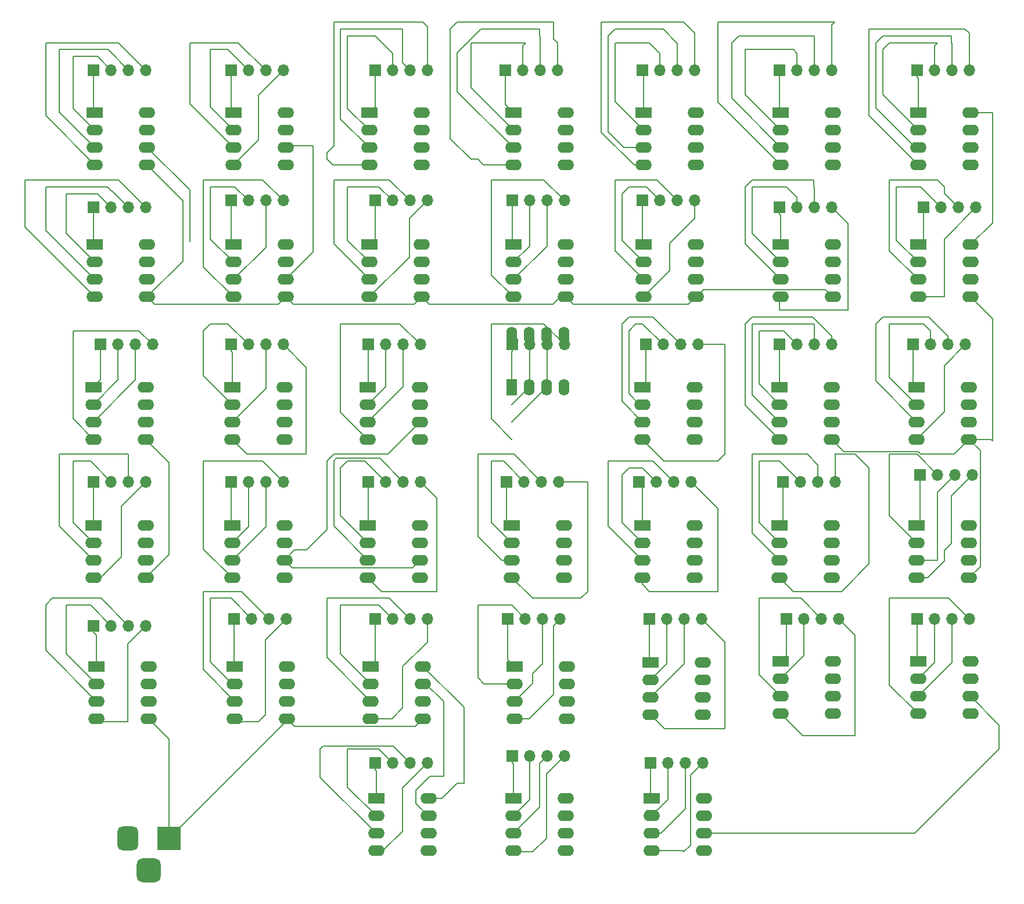
<source format=gbr>
%TF.GenerationSoftware,KiCad,Pcbnew,8.0.5*%
%TF.CreationDate,2024-10-20T22:23:27+07:00*%
%TF.ProjectId,Panel_LIN,50616e65-6c5f-44c4-994e-2e6b69636164,rev?*%
%TF.SameCoordinates,Original*%
%TF.FileFunction,Copper,L1,Top*%
%TF.FilePolarity,Positive*%
%FSLAX46Y46*%
G04 Gerber Fmt 4.6, Leading zero omitted, Abs format (unit mm)*
G04 Created by KiCad (PCBNEW 8.0.5) date 2024-10-20 22:23:27*
%MOMM*%
%LPD*%
G01*
G04 APERTURE LIST*
G04 Aperture macros list*
%AMRoundRect*
0 Rectangle with rounded corners*
0 $1 Rounding radius*
0 $2 $3 $4 $5 $6 $7 $8 $9 X,Y pos of 4 corners*
0 Add a 4 corners polygon primitive as box body*
4,1,4,$2,$3,$4,$5,$6,$7,$8,$9,$2,$3,0*
0 Add four circle primitives for the rounded corners*
1,1,$1+$1,$2,$3*
1,1,$1+$1,$4,$5*
1,1,$1+$1,$6,$7*
1,1,$1+$1,$8,$9*
0 Add four rect primitives between the rounded corners*
20,1,$1+$1,$2,$3,$4,$5,0*
20,1,$1+$1,$4,$5,$6,$7,0*
20,1,$1+$1,$6,$7,$8,$9,0*
20,1,$1+$1,$8,$9,$2,$3,0*%
G04 Aperture macros list end*
%TA.AperFunction,ComponentPad*%
%ADD10R,3.500000X3.500000*%
%TD*%
%TA.AperFunction,ComponentPad*%
%ADD11RoundRect,0.750000X-0.750000X-1.000000X0.750000X-1.000000X0.750000X1.000000X-0.750000X1.000000X0*%
%TD*%
%TA.AperFunction,ComponentPad*%
%ADD12RoundRect,0.875000X-0.875000X-0.875000X0.875000X-0.875000X0.875000X0.875000X-0.875000X0.875000X0*%
%TD*%
%TA.AperFunction,ComponentPad*%
%ADD13R,2.400000X1.600000*%
%TD*%
%TA.AperFunction,ComponentPad*%
%ADD14O,2.400000X1.600000*%
%TD*%
%TA.AperFunction,ComponentPad*%
%ADD15R,1.700000X1.700000*%
%TD*%
%TA.AperFunction,ComponentPad*%
%ADD16O,1.700000X1.700000*%
%TD*%
%TA.AperFunction,ComponentPad*%
%ADD17R,1.600000X2.400000*%
%TD*%
%TA.AperFunction,ComponentPad*%
%ADD18O,1.600000X2.400000*%
%TD*%
%TA.AperFunction,Conductor*%
%ADD19C,0.200000*%
%TD*%
G04 APERTURE END LIST*
D10*
%TO.P,J39,1*%
%TO.N,Vss*%
X95000000Y-151000000D03*
D11*
%TO.P,J39,2*%
%TO.N,Vbb*%
X89000000Y-151000000D03*
D12*
%TO.P,J39,3*%
%TO.N,unconnected-(J39-Pad3)*%
X92000000Y-155700000D03*
%TD*%
D13*
%TO.P,RN34,1,R1.1*%
%TO.N,Rxd34*%
X184175000Y-125200000D03*
D14*
%TO.P,RN34,2,R2.1*%
%TO.N,CS34*%
X184175000Y-127740000D03*
%TO.P,RN34,3,R3.1*%
%TO.N,WAKEUP34*%
X184175000Y-130280000D03*
%TO.P,RN34,4,R4.1*%
%TO.N,Txd34*%
X184175000Y-132820000D03*
%TO.P,RN34,5,R4.2*%
%TO.N,Vss*%
X191795000Y-132820000D03*
%TO.P,RN34,6,R3.2*%
%TO.N,Lbus3*%
X191795000Y-130280000D03*
%TO.P,RN34,7,R2.2*%
%TO.N,Vbb*%
X191795000Y-127740000D03*
%TO.P,RN34,8,R1.2*%
%TO.N,Vren*%
X191795000Y-125200000D03*
%TD*%
D13*
%TO.P,RN14,1,R1.1*%
%TO.N,Rxd14*%
X204175000Y-64450000D03*
D14*
%TO.P,RN14,2,R2.1*%
%TO.N,CS14*%
X204175000Y-66990000D03*
%TO.P,RN14,3,R3.1*%
%TO.N,WAKEUP14*%
X204175000Y-69530000D03*
%TO.P,RN14,4,R4.1*%
%TO.N,Txd14*%
X204175000Y-72070000D03*
%TO.P,RN14,5,R4.2*%
%TO.N,Vss*%
X211795000Y-72070000D03*
%TO.P,RN14,6,R3.2*%
%TO.N,Lbus1*%
X211795000Y-69530000D03*
%TO.P,RN14,7,R2.2*%
%TO.N,Vbb*%
X211795000Y-66990000D03*
%TO.P,RN14,8,R1.2*%
%TO.N,Vren*%
X211795000Y-64450000D03*
%TD*%
D13*
%TO.P,RN6,1,R1.1*%
%TO.N,Rxd6*%
X184175000Y-45200000D03*
D14*
%TO.P,RN6,2,R2.1*%
%TO.N,CS6*%
X184175000Y-47740000D03*
%TO.P,RN6,3,R3.1*%
%TO.N,WAKEUP6*%
X184175000Y-50280000D03*
%TO.P,RN6,4,R4.1*%
%TO.N,Txd6*%
X184175000Y-52820000D03*
%TO.P,RN6,5,R4.2*%
%TO.N,Vss*%
X191795000Y-52820000D03*
%TO.P,RN6,6,R3.2*%
%TO.N,Lbus1*%
X191795000Y-50280000D03*
%TO.P,RN6,7,R2.2*%
%TO.N,Vbb*%
X191795000Y-47740000D03*
%TO.P,RN6,8,R1.2*%
%TO.N,Vren*%
X191795000Y-45200000D03*
%TD*%
D15*
%TO.P,J33,1*%
%TO.N,Rxd33*%
X165000000Y-119000000D03*
D16*
%TO.P,J33,2*%
%TO.N,CS33*%
X167540000Y-119000000D03*
%TO.P,J33,3*%
%TO.N,WAKEUP33*%
X170080000Y-119000000D03*
%TO.P,J33,4*%
%TO.N,Txd33*%
X172620000Y-119000000D03*
%TD*%
D15*
%TO.P,J32,1*%
%TO.N,Rxd32*%
X144380000Y-119000000D03*
D16*
%TO.P,J32,2*%
%TO.N,CS32*%
X146920000Y-119000000D03*
%TO.P,J32,3*%
%TO.N,WAKEUP32*%
X149460000Y-119000000D03*
%TO.P,J32,4*%
%TO.N,Txd32*%
X152000000Y-119000000D03*
%TD*%
D15*
%TO.P,J9,1*%
%TO.N,Rxd9*%
X104000000Y-58000000D03*
D16*
%TO.P,J9,2*%
%TO.N,CS9*%
X106540000Y-58000000D03*
%TO.P,J9,3*%
%TO.N,WAKEUP9*%
X109080000Y-58000000D03*
%TO.P,J9,4*%
%TO.N,Txd9*%
X111620000Y-58000000D03*
%TD*%
D15*
%TO.P,J27,1*%
%TO.N,Rxd27*%
X184460000Y-99000000D03*
D16*
%TO.P,J27,2*%
%TO.N,CS27*%
X187000000Y-99000000D03*
%TO.P,J27,3*%
%TO.N,WAKEUP27*%
X189540000Y-99000000D03*
%TO.P,J27,4*%
%TO.N,Txd27*%
X192080000Y-99000000D03*
%TD*%
D13*
%TO.P,RN24,1,R1.1*%
%TO.N,Rxd24*%
X123970000Y-105380000D03*
D14*
%TO.P,RN24,2,R2.1*%
%TO.N,CS24*%
X123970000Y-107920000D03*
%TO.P,RN24,3,R3.1*%
%TO.N,WAKEUP24*%
X123970000Y-110460000D03*
%TO.P,RN24,4,R4.1*%
%TO.N,Txd24*%
X123970000Y-113000000D03*
%TO.P,RN24,5,R4.2*%
%TO.N,Vss*%
X131590000Y-113000000D03*
%TO.P,RN24,6,R3.2*%
%TO.N,Lbus2*%
X131590000Y-110460000D03*
%TO.P,RN24,7,R2.2*%
%TO.N,Vbb*%
X131590000Y-107920000D03*
%TO.P,RN24,8,R1.2*%
%TO.N,Vren*%
X131590000Y-105380000D03*
%TD*%
D15*
%TO.P,J29,1*%
%TO.N,Rxd29*%
X84000000Y-120000000D03*
D16*
%TO.P,J29,2*%
%TO.N,CS29*%
X86540000Y-120000000D03*
%TO.P,J29,3*%
%TO.N,WAKEUP29*%
X89080000Y-120000000D03*
%TO.P,J29,4*%
%TO.N,Txd29*%
X91620000Y-120000000D03*
%TD*%
D15*
%TO.P,J1,1*%
%TO.N,Rxd1*%
X84000000Y-39000000D03*
D16*
%TO.P,J1,2*%
%TO.N,CS1*%
X86540000Y-39000000D03*
%TO.P,J1,3*%
%TO.N,WAKEUP1*%
X89080000Y-39000000D03*
%TO.P,J1,4*%
%TO.N,Txd1*%
X91620000Y-39000000D03*
%TD*%
D13*
%TO.P,RN32,1,R1.1*%
%TO.N,Rxd32*%
X145380000Y-125920000D03*
D14*
%TO.P,RN32,2,R2.1*%
%TO.N,CS32*%
X145380000Y-128460000D03*
%TO.P,RN32,3,R3.1*%
%TO.N,WAKEUP32*%
X145380000Y-131000000D03*
%TO.P,RN32,4,R4.1*%
%TO.N,Txd32*%
X145380000Y-133540000D03*
%TO.P,RN32,5,R4.2*%
%TO.N,Vss*%
X153000000Y-133540000D03*
%TO.P,RN32,6,R3.2*%
%TO.N,Lbus3*%
X153000000Y-131000000D03*
%TO.P,RN32,7,R2.2*%
%TO.N,Vbb*%
X153000000Y-128460000D03*
%TO.P,RN32,8,R1.2*%
%TO.N,Vren*%
X153000000Y-125920000D03*
%TD*%
D13*
%TO.P,RN13,1,R1.1*%
%TO.N,Rxd13*%
X184175000Y-64450000D03*
D14*
%TO.P,RN13,2,R2.1*%
%TO.N,CS13*%
X184175000Y-66990000D03*
%TO.P,RN13,3,R3.1*%
%TO.N,WAKEUP13*%
X184175000Y-69530000D03*
%TO.P,RN13,4,R4.1*%
%TO.N,Txd13*%
X184175000Y-72070000D03*
%TO.P,RN13,5,R4.2*%
%TO.N,Vss*%
X191795000Y-72070000D03*
%TO.P,RN13,6,R3.2*%
%TO.N,Lbus1*%
X191795000Y-69530000D03*
%TO.P,RN13,7,R2.2*%
%TO.N,Vbb*%
X191795000Y-66990000D03*
%TO.P,RN13,8,R1.2*%
%TO.N,Vren*%
X191795000Y-64450000D03*
%TD*%
D15*
%TO.P,J16,1*%
%TO.N,Rxd16*%
X104000000Y-79000000D03*
D16*
%TO.P,J16,2*%
%TO.N,CS16*%
X106540000Y-79000000D03*
%TO.P,J16,3*%
%TO.N,WAKEUP16*%
X109080000Y-79000000D03*
%TO.P,J16,4*%
%TO.N,Txd16*%
X111620000Y-79000000D03*
%TD*%
D13*
%TO.P,RN23,1,R1.1*%
%TO.N,Rxd23*%
X104175000Y-105380000D03*
D14*
%TO.P,RN23,2,R2.1*%
%TO.N,CS23*%
X104175000Y-107920000D03*
%TO.P,RN23,3,R3.1*%
%TO.N,WAKEUP23*%
X104175000Y-110460000D03*
%TO.P,RN23,4,R4.1*%
%TO.N,Txd23*%
X104175000Y-113000000D03*
%TO.P,RN23,5,R4.2*%
%TO.N,Vss*%
X111795000Y-113000000D03*
%TO.P,RN23,6,R3.2*%
%TO.N,Lbus2*%
X111795000Y-110460000D03*
%TO.P,RN23,7,R2.2*%
%TO.N,Vbb*%
X111795000Y-107920000D03*
%TO.P,RN23,8,R1.2*%
%TO.N,Vren*%
X111795000Y-105380000D03*
%TD*%
D17*
%TO.P,RN18,1,R1.1*%
%TO.N,Rxd18*%
X144970000Y-85200000D03*
D18*
%TO.P,RN18,2,R2.1*%
%TO.N,CS18*%
X147510000Y-85200000D03*
%TO.P,RN18,3,R3.1*%
%TO.N,WAKEUP18*%
X150050000Y-85200000D03*
%TO.P,RN18,4,R4.1*%
%TO.N,Txd18*%
X152590000Y-85200000D03*
%TO.P,RN18,5,R4.2*%
%TO.N,Vss*%
X152590000Y-77580000D03*
%TO.P,RN18,6,R3.2*%
%TO.N,Lbus2*%
X150050000Y-77580000D03*
%TO.P,RN18,7,R2.2*%
%TO.N,Vbb*%
X147510000Y-77580000D03*
%TO.P,RN18,8,R1.2*%
%TO.N,Vren*%
X144970000Y-77580000D03*
%TD*%
D13*
%TO.P,RN37,1,R1.1*%
%TO.N,Rxd37*%
X145175000Y-145200000D03*
D14*
%TO.P,RN37,2,R2.1*%
%TO.N,CS37*%
X145175000Y-147740000D03*
%TO.P,RN37,3,R3.1*%
%TO.N,WAKEUP37*%
X145175000Y-150280000D03*
%TO.P,RN37,4,R4.1*%
%TO.N,Txd37*%
X145175000Y-152820000D03*
%TO.P,RN37,5,R4.2*%
%TO.N,Vss*%
X152795000Y-152820000D03*
%TO.P,RN37,6,R3.2*%
%TO.N,Lbus3*%
X152795000Y-150280000D03*
%TO.P,RN37,7,R2.2*%
%TO.N,Vbb*%
X152795000Y-147740000D03*
%TO.P,RN37,8,R1.2*%
%TO.N,Vren*%
X152795000Y-145200000D03*
%TD*%
D13*
%TO.P,RN12,1,R1.1*%
%TO.N,Rxd12*%
X164175000Y-64450000D03*
D14*
%TO.P,RN12,2,R2.1*%
%TO.N,CS12*%
X164175000Y-66990000D03*
%TO.P,RN12,3,R3.1*%
%TO.N,WAKEUP12*%
X164175000Y-69530000D03*
%TO.P,RN12,4,R4.1*%
%TO.N,Txd12*%
X164175000Y-72070000D03*
%TO.P,RN12,5,R4.2*%
%TO.N,Vss*%
X171795000Y-72070000D03*
%TO.P,RN12,6,R3.2*%
%TO.N,Lbus1*%
X171795000Y-69530000D03*
%TO.P,RN12,7,R2.2*%
%TO.N,Vbb*%
X171795000Y-66990000D03*
%TO.P,RN12,8,R1.2*%
%TO.N,Vren*%
X171795000Y-64450000D03*
%TD*%
D15*
%TO.P,J4,1*%
%TO.N,Rxd4*%
X144000000Y-39000000D03*
D16*
%TO.P,J4,2*%
%TO.N,CS4*%
X146540000Y-39000000D03*
%TO.P,J4,3*%
%TO.N,WAKEUP4*%
X149080000Y-39000000D03*
%TO.P,J4,4*%
%TO.N,Txd4*%
X151620000Y-39000000D03*
%TD*%
D15*
%TO.P,J14,1*%
%TO.N,Rxd14*%
X205000000Y-59000000D03*
D16*
%TO.P,J14,2*%
%TO.N,CS14*%
X207540000Y-59000000D03*
%TO.P,J14,3*%
%TO.N,WAKEUP14*%
X210080000Y-59000000D03*
%TO.P,J14,4*%
%TO.N,Txd14*%
X212620000Y-59000000D03*
%TD*%
D15*
%TO.P,J26,1*%
%TO.N,Rxd26*%
X163460000Y-99000000D03*
D16*
%TO.P,J26,2*%
%TO.N,CS26*%
X166000000Y-99000000D03*
%TO.P,J26,3*%
%TO.N,WAKEUP26*%
X168540000Y-99000000D03*
%TO.P,J26,4*%
%TO.N,Txd26*%
X171080000Y-99000000D03*
%TD*%
D13*
%TO.P,RN1,1,R1.1*%
%TO.N,Rxd1*%
X84175000Y-45200000D03*
D14*
%TO.P,RN1,2,R2.1*%
%TO.N,CS1*%
X84175000Y-47740000D03*
%TO.P,RN1,3,R3.1*%
%TO.N,WAKEUP1*%
X84175000Y-50280000D03*
%TO.P,RN1,4,R4.1*%
%TO.N,Txd1*%
X84175000Y-52820000D03*
%TO.P,RN1,5,R4.2*%
%TO.N,Vss*%
X91795000Y-52820000D03*
%TO.P,RN1,6,R3.2*%
%TO.N,Lbus1*%
X91795000Y-50280000D03*
%TO.P,RN1,7,R2.2*%
%TO.N,Vbb*%
X91795000Y-47740000D03*
%TO.P,RN1,8,R1.2*%
%TO.N,Vren*%
X91795000Y-45200000D03*
%TD*%
D13*
%TO.P,RN36,1,R1.1*%
%TO.N,Rxd36*%
X125175000Y-145200000D03*
D14*
%TO.P,RN36,2,R2.1*%
%TO.N,CS36*%
X125175000Y-147740000D03*
%TO.P,RN36,3,R3.1*%
%TO.N,WAKEUP36*%
X125175000Y-150280000D03*
%TO.P,RN36,4,R4.1*%
%TO.N,Txd36*%
X125175000Y-152820000D03*
%TO.P,RN36,5,R4.2*%
%TO.N,Vss*%
X132795000Y-152820000D03*
%TO.P,RN36,6,R3.2*%
%TO.N,Lbus3*%
X132795000Y-150280000D03*
%TO.P,RN36,7,R2.2*%
%TO.N,Vbb*%
X132795000Y-147740000D03*
%TO.P,RN36,8,R1.2*%
%TO.N,Vren*%
X132795000Y-145200000D03*
%TD*%
D15*
%TO.P,J2,1*%
%TO.N,Rxd2*%
X104000000Y-39000000D03*
D16*
%TO.P,J2,2*%
%TO.N,CS2*%
X106540000Y-39000000D03*
%TO.P,J2,3*%
%TO.N,WAKEUP2*%
X109080000Y-39000000D03*
%TO.P,J2,4*%
%TO.N,Txd2*%
X111620000Y-39000000D03*
%TD*%
D13*
%TO.P,RN5,1,R1.1*%
%TO.N,Rxd5*%
X164175000Y-45200000D03*
D14*
%TO.P,RN5,2,R2.1*%
%TO.N,CS5*%
X164175000Y-47740000D03*
%TO.P,RN5,3,R3.1*%
%TO.N,WAKEUP5*%
X164175000Y-50280000D03*
%TO.P,RN5,4,R4.1*%
%TO.N,Txd5*%
X164175000Y-52820000D03*
%TO.P,RN5,5,R4.2*%
%TO.N,Vss*%
X171795000Y-52820000D03*
%TO.P,RN5,6,R3.2*%
%TO.N,Lbus1*%
X171795000Y-50280000D03*
%TO.P,RN5,7,R2.2*%
%TO.N,Vbb*%
X171795000Y-47740000D03*
%TO.P,RN5,8,R1.2*%
%TO.N,Vren*%
X171795000Y-45200000D03*
%TD*%
D13*
%TO.P,RN19,1,R1.1*%
%TO.N,Rxd19*%
X163970000Y-85200000D03*
D14*
%TO.P,RN19,2,R2.1*%
%TO.N,CS19*%
X163970000Y-87740000D03*
%TO.P,RN19,3,R3.1*%
%TO.N,WAKEUP19*%
X163970000Y-90280000D03*
%TO.P,RN19,4,R4.1*%
%TO.N,Txd19*%
X163970000Y-92820000D03*
%TO.P,RN19,5,R4.2*%
%TO.N,Vss*%
X171590000Y-92820000D03*
%TO.P,RN19,6,R3.2*%
%TO.N,Lbus2*%
X171590000Y-90280000D03*
%TO.P,RN19,7,R2.2*%
%TO.N,Vbb*%
X171590000Y-87740000D03*
%TO.P,RN19,8,R1.2*%
%TO.N,Vren*%
X171590000Y-85200000D03*
%TD*%
D15*
%TO.P,J35,1*%
%TO.N,Rxd35*%
X204000000Y-119000000D03*
D16*
%TO.P,J35,2*%
%TO.N,CS35*%
X206540000Y-119000000D03*
%TO.P,J35,3*%
%TO.N,WAKEUP35*%
X209080000Y-119000000D03*
%TO.P,J35,4*%
%TO.N,Txd35*%
X211620000Y-119000000D03*
%TD*%
D13*
%TO.P,RN17,1,R1.1*%
%TO.N,Rxd17*%
X123970000Y-85200000D03*
D14*
%TO.P,RN17,2,R2.1*%
%TO.N,CS17*%
X123970000Y-87740000D03*
%TO.P,RN17,3,R3.1*%
%TO.N,WAKEUP17*%
X123970000Y-90280000D03*
%TO.P,RN17,4,R4.1*%
%TO.N,Txd17*%
X123970000Y-92820000D03*
%TO.P,RN17,5,R4.2*%
%TO.N,Vss*%
X131590000Y-92820000D03*
%TO.P,RN17,6,R3.2*%
%TO.N,Lbus2*%
X131590000Y-90280000D03*
%TO.P,RN17,7,R2.2*%
%TO.N,Vbb*%
X131590000Y-87740000D03*
%TO.P,RN17,8,R1.2*%
%TO.N,Vren*%
X131590000Y-85200000D03*
%TD*%
D13*
%TO.P,RN8,1,R1.1*%
%TO.N,Rxd8*%
X84175000Y-64450000D03*
D14*
%TO.P,RN8,2,R2.1*%
%TO.N,CS8*%
X84175000Y-66990000D03*
%TO.P,RN8,3,R3.1*%
%TO.N,WAKEUP8*%
X84175000Y-69530000D03*
%TO.P,RN8,4,R4.1*%
%TO.N,Txd8*%
X84175000Y-72070000D03*
%TO.P,RN8,5,R4.2*%
%TO.N,Vss*%
X91795000Y-72070000D03*
%TO.P,RN8,6,R3.2*%
%TO.N,Lbus1*%
X91795000Y-69530000D03*
%TO.P,RN8,7,R2.2*%
%TO.N,Vbb*%
X91795000Y-66990000D03*
%TO.P,RN8,8,R1.2*%
%TO.N,Vren*%
X91795000Y-64450000D03*
%TD*%
D15*
%TO.P,J3,1*%
%TO.N,Rxd3*%
X125000000Y-39000000D03*
D16*
%TO.P,J3,2*%
%TO.N,CS3*%
X127540000Y-39000000D03*
%TO.P,J3,3*%
%TO.N,WAKEUP3*%
X130080000Y-39000000D03*
%TO.P,J3,4*%
%TO.N,Txd3*%
X132620000Y-39000000D03*
%TD*%
D13*
%TO.P,RN29,1,R1.1*%
%TO.N,Rxd29*%
X84380000Y-125920000D03*
D14*
%TO.P,RN29,2,R2.1*%
%TO.N,CS29*%
X84380000Y-128460000D03*
%TO.P,RN29,3,R3.1*%
%TO.N,WAKEUP29*%
X84380000Y-131000000D03*
%TO.P,RN29,4,R4.1*%
%TO.N,Txd29*%
X84380000Y-133540000D03*
%TO.P,RN29,5,R4.2*%
%TO.N,Vss*%
X92000000Y-133540000D03*
%TO.P,RN29,6,R3.2*%
%TO.N,Lbus2*%
X92000000Y-131000000D03*
%TO.P,RN29,7,R2.2*%
%TO.N,Vbb*%
X92000000Y-128460000D03*
%TO.P,RN29,8,R1.2*%
%TO.N,Vren*%
X92000000Y-125920000D03*
%TD*%
D15*
%TO.P,J25,1*%
%TO.N,Rxd25*%
X144200000Y-99000000D03*
D16*
%TO.P,J25,2*%
%TO.N,CS25*%
X146740000Y-99000000D03*
%TO.P,J25,3*%
%TO.N,WAKEUP25*%
X149280000Y-99000000D03*
%TO.P,J25,4*%
%TO.N,Txd25*%
X151820000Y-99000000D03*
%TD*%
D13*
%TO.P,RN7,1,R1.1*%
%TO.N,Rxd7*%
X204175000Y-45200000D03*
D14*
%TO.P,RN7,2,R2.1*%
%TO.N,CS7*%
X204175000Y-47740000D03*
%TO.P,RN7,3,R3.1*%
%TO.N,WAKEUP7*%
X204175000Y-50280000D03*
%TO.P,RN7,4,R4.1*%
%TO.N,Txd7*%
X204175000Y-52820000D03*
%TO.P,RN7,5,R4.2*%
%TO.N,Vss*%
X211795000Y-52820000D03*
%TO.P,RN7,6,R3.2*%
%TO.N,Lbus1*%
X211795000Y-50280000D03*
%TO.P,RN7,7,R2.2*%
%TO.N,Vbb*%
X211795000Y-47740000D03*
%TO.P,RN7,8,R1.2*%
%TO.N,Vren*%
X211795000Y-45200000D03*
%TD*%
D15*
%TO.P,J19,1*%
%TO.N,Rxd19*%
X164460000Y-79000000D03*
D16*
%TO.P,J19,2*%
%TO.N,CS19*%
X167000000Y-79000000D03*
%TO.P,J19,3*%
%TO.N,WAKEUP19*%
X169540000Y-79000000D03*
%TO.P,J19,4*%
%TO.N,Txd19*%
X172080000Y-79000000D03*
%TD*%
D13*
%TO.P,RN21,1,R1.1*%
%TO.N,Rxd21*%
X203970000Y-85200000D03*
D14*
%TO.P,RN21,2,R2.1*%
%TO.N,CS21*%
X203970000Y-87740000D03*
%TO.P,RN21,3,R3.1*%
%TO.N,WAKEUP21*%
X203970000Y-90280000D03*
%TO.P,RN21,4,R4.1*%
%TO.N,Txd21*%
X203970000Y-92820000D03*
%TO.P,RN21,5,R4.2*%
%TO.N,Vss*%
X211590000Y-92820000D03*
%TO.P,RN21,6,R3.2*%
%TO.N,Lbus2*%
X211590000Y-90280000D03*
%TO.P,RN21,7,R2.2*%
%TO.N,Vbb*%
X211590000Y-87740000D03*
%TO.P,RN21,8,R1.2*%
%TO.N,Vren*%
X211590000Y-85200000D03*
%TD*%
D15*
%TO.P,J20,1*%
%TO.N,Rxd20*%
X184000000Y-79000000D03*
D16*
%TO.P,J20,2*%
%TO.N,CS20*%
X186540000Y-79000000D03*
%TO.P,J20,3*%
%TO.N,WAKEUP20*%
X189080000Y-79000000D03*
%TO.P,J20,4*%
%TO.N,Txd20*%
X191620000Y-79000000D03*
%TD*%
D15*
%TO.P,J11,1*%
%TO.N,Rxd11*%
X145000000Y-58000000D03*
D16*
%TO.P,J11,2*%
%TO.N,CS11*%
X147540000Y-58000000D03*
%TO.P,J11,3*%
%TO.N,WAKEUP11*%
X150080000Y-58000000D03*
%TO.P,J11,4*%
%TO.N,Txd11*%
X152620000Y-58000000D03*
%TD*%
D15*
%TO.P,J7,1*%
%TO.N,Rxd7*%
X204000000Y-39000000D03*
D16*
%TO.P,J7,2*%
%TO.N,CS7*%
X206540000Y-39000000D03*
%TO.P,J7,3*%
%TO.N,WAKEUP7*%
X209080000Y-39000000D03*
%TO.P,J7,4*%
%TO.N,Txd7*%
X211620000Y-39000000D03*
%TD*%
D13*
%TO.P,RN2,1,R1.1*%
%TO.N,Rxd2*%
X104380000Y-45200000D03*
D14*
%TO.P,RN2,2,R2.1*%
%TO.N,CS2*%
X104380000Y-47740000D03*
%TO.P,RN2,3,R3.1*%
%TO.N,WAKEUP2*%
X104380000Y-50280000D03*
%TO.P,RN2,4,R4.1*%
%TO.N,Txd2*%
X104380000Y-52820000D03*
%TO.P,RN2,5,R4.2*%
%TO.N,Vss*%
X112000000Y-52820000D03*
%TO.P,RN2,6,R3.2*%
%TO.N,Lbus1*%
X112000000Y-50280000D03*
%TO.P,RN2,7,R2.2*%
%TO.N,Vbb*%
X112000000Y-47740000D03*
%TO.P,RN2,8,R1.2*%
%TO.N,Vren*%
X112000000Y-45200000D03*
%TD*%
D13*
%TO.P,RN38,1,R1.1*%
%TO.N,Rxd38*%
X165375000Y-145200000D03*
D14*
%TO.P,RN38,2,R2.1*%
%TO.N,CS38*%
X165375000Y-147740000D03*
%TO.P,RN38,3,R3.1*%
%TO.N,WAKEUP38*%
X165375000Y-150280000D03*
%TO.P,RN38,4,R4.1*%
%TO.N,Txd38*%
X165375000Y-152820000D03*
%TO.P,RN38,5,R4.2*%
%TO.N,Vss*%
X172995000Y-152820000D03*
%TO.P,RN38,6,R3.2*%
%TO.N,Lbus3*%
X172995000Y-150280000D03*
%TO.P,RN38,7,R2.2*%
%TO.N,Vbb*%
X172995000Y-147740000D03*
%TO.P,RN38,8,R1.2*%
%TO.N,Vren*%
X172995000Y-145200000D03*
%TD*%
D15*
%TO.P,J13,1*%
%TO.N,Rxd13*%
X184000000Y-59000000D03*
D16*
%TO.P,J13,2*%
%TO.N,CS13*%
X186540000Y-59000000D03*
%TO.P,J13,3*%
%TO.N,WAKEUP13*%
X189080000Y-59000000D03*
%TO.P,J13,4*%
%TO.N,Txd13*%
X191620000Y-59000000D03*
%TD*%
D13*
%TO.P,RN28,1,R1.1*%
%TO.N,Rxd28*%
X203970000Y-105380000D03*
D14*
%TO.P,RN28,2,R2.1*%
%TO.N,CS28*%
X203970000Y-107920000D03*
%TO.P,RN28,3,R3.1*%
%TO.N,WAKEUP28*%
X203970000Y-110460000D03*
%TO.P,RN28,4,R4.1*%
%TO.N,Txd28*%
X203970000Y-113000000D03*
%TO.P,RN28,5,R4.2*%
%TO.N,Vss*%
X211590000Y-113000000D03*
%TO.P,RN28,6,R3.2*%
%TO.N,Lbus2*%
X211590000Y-110460000D03*
%TO.P,RN28,7,R2.2*%
%TO.N,Vbb*%
X211590000Y-107920000D03*
%TO.P,RN28,8,R1.2*%
%TO.N,Vren*%
X211590000Y-105380000D03*
%TD*%
D13*
%TO.P,RN27,1,R1.1*%
%TO.N,Rxd27*%
X183970000Y-105380000D03*
D14*
%TO.P,RN27,2,R2.1*%
%TO.N,CS27*%
X183970000Y-107920000D03*
%TO.P,RN27,3,R3.1*%
%TO.N,WAKEUP27*%
X183970000Y-110460000D03*
%TO.P,RN27,4,R4.1*%
%TO.N,Txd27*%
X183970000Y-113000000D03*
%TO.P,RN27,5,R4.2*%
%TO.N,Vss*%
X191590000Y-113000000D03*
%TO.P,RN27,6,R3.2*%
%TO.N,Lbus2*%
X191590000Y-110460000D03*
%TO.P,RN27,7,R2.2*%
%TO.N,Vbb*%
X191590000Y-107920000D03*
%TO.P,RN27,8,R1.2*%
%TO.N,Vren*%
X191590000Y-105380000D03*
%TD*%
D13*
%TO.P,RN25,1,R1.1*%
%TO.N,Rxd25*%
X144970000Y-105380000D03*
D14*
%TO.P,RN25,2,R2.1*%
%TO.N,CS25*%
X144970000Y-107920000D03*
%TO.P,RN25,3,R3.1*%
%TO.N,WAKEUP25*%
X144970000Y-110460000D03*
%TO.P,RN25,4,R4.1*%
%TO.N,Txd25*%
X144970000Y-113000000D03*
%TO.P,RN25,5,R4.2*%
%TO.N,Vss*%
X152590000Y-113000000D03*
%TO.P,RN25,6,R3.2*%
%TO.N,Lbus2*%
X152590000Y-110460000D03*
%TO.P,RN25,7,R2.2*%
%TO.N,Vbb*%
X152590000Y-107920000D03*
%TO.P,RN25,8,R1.2*%
%TO.N,Vren*%
X152590000Y-105380000D03*
%TD*%
D15*
%TO.P,J5,1*%
%TO.N,Rxd5*%
X164000000Y-39000000D03*
D16*
%TO.P,J5,2*%
%TO.N,CS5*%
X166540000Y-39000000D03*
%TO.P,J5,3*%
%TO.N,WAKEUP5*%
X169080000Y-39000000D03*
%TO.P,J5,4*%
%TO.N,Txd5*%
X171620000Y-39000000D03*
%TD*%
D13*
%TO.P,RN20,1,R1.1*%
%TO.N,Rxd20*%
X183970000Y-85200000D03*
D14*
%TO.P,RN20,2,R2.1*%
%TO.N,CS20*%
X183970000Y-87740000D03*
%TO.P,RN20,3,R3.1*%
%TO.N,WAKEUP20*%
X183970000Y-90280000D03*
%TO.P,RN20,4,R4.1*%
%TO.N,Txd20*%
X183970000Y-92820000D03*
%TO.P,RN20,5,R4.2*%
%TO.N,Vss*%
X191590000Y-92820000D03*
%TO.P,RN20,6,R3.2*%
%TO.N,Lbus2*%
X191590000Y-90280000D03*
%TO.P,RN20,7,R2.2*%
%TO.N,Vbb*%
X191590000Y-87740000D03*
%TO.P,RN20,8,R1.2*%
%TO.N,Vren*%
X191590000Y-85200000D03*
%TD*%
D15*
%TO.P,J36,1*%
%TO.N,Rxd36*%
X125000000Y-140000000D03*
D16*
%TO.P,J36,2*%
%TO.N,CS36*%
X127540000Y-140000000D03*
%TO.P,J36,3*%
%TO.N,WAKEUP36*%
X130080000Y-140000000D03*
%TO.P,J36,4*%
%TO.N,Txd36*%
X132620000Y-140000000D03*
%TD*%
D13*
%TO.P,RN35,1,R1.1*%
%TO.N,Rxd35*%
X204175000Y-125200000D03*
D14*
%TO.P,RN35,2,R2.1*%
%TO.N,CS35*%
X204175000Y-127740000D03*
%TO.P,RN35,3,R3.1*%
%TO.N,WAKEUP35*%
X204175000Y-130280000D03*
%TO.P,RN35,4,R4.1*%
%TO.N,Txd35*%
X204175000Y-132820000D03*
%TO.P,RN35,5,R4.2*%
%TO.N,Vss*%
X211795000Y-132820000D03*
%TO.P,RN35,6,R3.2*%
%TO.N,Lbus3*%
X211795000Y-130280000D03*
%TO.P,RN35,7,R2.2*%
%TO.N,Vbb*%
X211795000Y-127740000D03*
%TO.P,RN35,8,R1.2*%
%TO.N,Vren*%
X211795000Y-125200000D03*
%TD*%
D15*
%TO.P,J24,1*%
%TO.N,Rxd24*%
X124000000Y-99000000D03*
D16*
%TO.P,J24,2*%
%TO.N,CS24*%
X126540000Y-99000000D03*
%TO.P,J24,3*%
%TO.N,WAKEUP24*%
X129080000Y-99000000D03*
%TO.P,J24,4*%
%TO.N,Txd24*%
X131620000Y-99000000D03*
%TD*%
D13*
%TO.P,RN3,1,R1.1*%
%TO.N,Rxd3*%
X124175000Y-45200000D03*
D14*
%TO.P,RN3,2,R2.1*%
%TO.N,CS3*%
X124175000Y-47740000D03*
%TO.P,RN3,3,R3.1*%
%TO.N,WAKEUP3*%
X124175000Y-50280000D03*
%TO.P,RN3,4,R4.1*%
%TO.N,Txd3*%
X124175000Y-52820000D03*
%TO.P,RN3,5,R4.2*%
%TO.N,Vss*%
X131795000Y-52820000D03*
%TO.P,RN3,6,R3.2*%
%TO.N,Lbus1*%
X131795000Y-50280000D03*
%TO.P,RN3,7,R2.2*%
%TO.N,Vbb*%
X131795000Y-47740000D03*
%TO.P,RN3,8,R1.2*%
%TO.N,Vren*%
X131795000Y-45200000D03*
%TD*%
D15*
%TO.P,J37,1*%
%TO.N,Rxd37*%
X145000000Y-139000000D03*
D16*
%TO.P,J37,2*%
%TO.N,CS37*%
X147540000Y-139000000D03*
%TO.P,J37,3*%
%TO.N,WAKEUP37*%
X150080000Y-139000000D03*
%TO.P,J37,4*%
%TO.N,Txd37*%
X152620000Y-139000000D03*
%TD*%
D15*
%TO.P,J28,1*%
%TO.N,Rxd28*%
X204460000Y-98000000D03*
D16*
%TO.P,J28,2*%
%TO.N,CS28*%
X207000000Y-98000000D03*
%TO.P,J28,3*%
%TO.N,WAKEUP28*%
X209540000Y-98000000D03*
%TO.P,J28,4*%
%TO.N,Txd28*%
X212080000Y-98000000D03*
%TD*%
D13*
%TO.P,RN11,1,R1.1*%
%TO.N,Rxd11*%
X145175000Y-64450000D03*
D14*
%TO.P,RN11,2,R2.1*%
%TO.N,CS11*%
X145175000Y-66990000D03*
%TO.P,RN11,3,R3.1*%
%TO.N,WAKEUP11*%
X145175000Y-69530000D03*
%TO.P,RN11,4,R4.1*%
%TO.N,Txd11*%
X145175000Y-72070000D03*
%TO.P,RN11,5,R4.2*%
%TO.N,Vss*%
X152795000Y-72070000D03*
%TO.P,RN11,6,R3.2*%
%TO.N,Lbus1*%
X152795000Y-69530000D03*
%TO.P,RN11,7,R2.2*%
%TO.N,Vbb*%
X152795000Y-66990000D03*
%TO.P,RN11,8,R1.2*%
%TO.N,Vren*%
X152795000Y-64450000D03*
%TD*%
D13*
%TO.P,RN33,1,R1.1*%
%TO.N,Rxd33*%
X165180000Y-125380000D03*
D14*
%TO.P,RN33,2,R2.1*%
%TO.N,CS33*%
X165180000Y-127920000D03*
%TO.P,RN33,3,R3.1*%
%TO.N,WAKEUP33*%
X165180000Y-130460000D03*
%TO.P,RN33,4,R4.1*%
%TO.N,Txd33*%
X165180000Y-133000000D03*
%TO.P,RN33,5,R4.2*%
%TO.N,Vss*%
X172800000Y-133000000D03*
%TO.P,RN33,6,R3.2*%
%TO.N,Lbus3*%
X172800000Y-130460000D03*
%TO.P,RN33,7,R2.2*%
%TO.N,Vbb*%
X172800000Y-127920000D03*
%TO.P,RN33,8,R1.2*%
%TO.N,Vren*%
X172800000Y-125380000D03*
%TD*%
D13*
%TO.P,RN22,1,R1.1*%
%TO.N,Rxd22*%
X83970000Y-105380000D03*
D14*
%TO.P,RN22,2,R2.1*%
%TO.N,CS22*%
X83970000Y-107920000D03*
%TO.P,RN22,3,R3.1*%
%TO.N,WAKEUP22*%
X83970000Y-110460000D03*
%TO.P,RN22,4,R4.1*%
%TO.N,Txd22*%
X83970000Y-113000000D03*
%TO.P,RN22,5,R4.2*%
%TO.N,Vss*%
X91590000Y-113000000D03*
%TO.P,RN22,6,R3.2*%
%TO.N,Lbus2*%
X91590000Y-110460000D03*
%TO.P,RN22,7,R2.2*%
%TO.N,Vbb*%
X91590000Y-107920000D03*
%TO.P,RN22,8,R1.2*%
%TO.N,Vren*%
X91590000Y-105380000D03*
%TD*%
D15*
%TO.P,J15,1*%
%TO.N,Rxd15*%
X85000000Y-79000000D03*
D16*
%TO.P,J15,2*%
%TO.N,CS15*%
X87540000Y-79000000D03*
%TO.P,J15,3*%
%TO.N,WAKEUP15*%
X90080000Y-79000000D03*
%TO.P,J15,4*%
%TO.N,Txd15*%
X92620000Y-79000000D03*
%TD*%
D15*
%TO.P,J34,1*%
%TO.N,Rxd34*%
X185000000Y-119000000D03*
D16*
%TO.P,J34,2*%
%TO.N,CS34*%
X187540000Y-119000000D03*
%TO.P,J34,3*%
%TO.N,WAKEUP34*%
X190080000Y-119000000D03*
%TO.P,J34,4*%
%TO.N,Txd34*%
X192620000Y-119000000D03*
%TD*%
D13*
%TO.P,RN16,1,R1.1*%
%TO.N,Rxd16*%
X104175000Y-85200000D03*
D14*
%TO.P,RN16,2,R2.1*%
%TO.N,CS16*%
X104175000Y-87740000D03*
%TO.P,RN16,3,R3.1*%
%TO.N,WAKEUP16*%
X104175000Y-90280000D03*
%TO.P,RN16,4,R4.1*%
%TO.N,Txd16*%
X104175000Y-92820000D03*
%TO.P,RN16,5,R4.2*%
%TO.N,Vss*%
X111795000Y-92820000D03*
%TO.P,RN16,6,R3.2*%
%TO.N,Lbus2*%
X111795000Y-90280000D03*
%TO.P,RN16,7,R2.2*%
%TO.N,Vbb*%
X111795000Y-87740000D03*
%TO.P,RN16,8,R1.2*%
%TO.N,Vren*%
X111795000Y-85200000D03*
%TD*%
D15*
%TO.P,J10,1*%
%TO.N,Rxd10*%
X125000000Y-58000000D03*
D16*
%TO.P,J10,2*%
%TO.N,CS10*%
X127540000Y-58000000D03*
%TO.P,J10,3*%
%TO.N,WAKEUP10*%
X130080000Y-58000000D03*
%TO.P,J10,4*%
%TO.N,Txd10*%
X132620000Y-58000000D03*
%TD*%
D15*
%TO.P,J17,1*%
%TO.N,Rxd17*%
X124000000Y-79000000D03*
D16*
%TO.P,J17,2*%
%TO.N,CS17*%
X126540000Y-79000000D03*
%TO.P,J17,3*%
%TO.N,WAKEUP17*%
X129080000Y-79000000D03*
%TO.P,J17,4*%
%TO.N,Txd17*%
X131620000Y-79000000D03*
%TD*%
D15*
%TO.P,J6,1*%
%TO.N,Rxd6*%
X184000000Y-39000000D03*
D16*
%TO.P,J6,2*%
%TO.N,CS6*%
X186540000Y-39000000D03*
%TO.P,J6,3*%
%TO.N,WAKEUP6*%
X189080000Y-39000000D03*
%TO.P,J6,4*%
%TO.N,Txd6*%
X191620000Y-39000000D03*
%TD*%
D15*
%TO.P,J18,1*%
%TO.N,Rxd18*%
X145000000Y-79000000D03*
D16*
%TO.P,J18,2*%
%TO.N,CS18*%
X147540000Y-79000000D03*
%TO.P,J18,3*%
%TO.N,WAKEUP18*%
X150080000Y-79000000D03*
%TO.P,J18,4*%
%TO.N,Txd18*%
X152620000Y-79000000D03*
%TD*%
D13*
%TO.P,RN9,1,R1.1*%
%TO.N,Rxd9*%
X104380000Y-64450000D03*
D14*
%TO.P,RN9,2,R2.1*%
%TO.N,CS9*%
X104380000Y-66990000D03*
%TO.P,RN9,3,R3.1*%
%TO.N,WAKEUP9*%
X104380000Y-69530000D03*
%TO.P,RN9,4,R4.1*%
%TO.N,Txd9*%
X104380000Y-72070000D03*
%TO.P,RN9,5,R4.2*%
%TO.N,Vss*%
X112000000Y-72070000D03*
%TO.P,RN9,6,R3.2*%
%TO.N,Lbus1*%
X112000000Y-69530000D03*
%TO.P,RN9,7,R2.2*%
%TO.N,Vbb*%
X112000000Y-66990000D03*
%TO.P,RN9,8,R1.2*%
%TO.N,Vren*%
X112000000Y-64450000D03*
%TD*%
D13*
%TO.P,RN10,1,R1.1*%
%TO.N,Rxd10*%
X124175000Y-64450000D03*
D14*
%TO.P,RN10,2,R2.1*%
%TO.N,CS10*%
X124175000Y-66990000D03*
%TO.P,RN10,3,R3.1*%
%TO.N,WAKEUP10*%
X124175000Y-69530000D03*
%TO.P,RN10,4,R4.1*%
%TO.N,Txd10*%
X124175000Y-72070000D03*
%TO.P,RN10,5,R4.2*%
%TO.N,Vss*%
X131795000Y-72070000D03*
%TO.P,RN10,6,R3.2*%
%TO.N,Lbus1*%
X131795000Y-69530000D03*
%TO.P,RN10,7,R2.2*%
%TO.N,Vbb*%
X131795000Y-66990000D03*
%TO.P,RN10,8,R1.2*%
%TO.N,Vren*%
X131795000Y-64450000D03*
%TD*%
D15*
%TO.P,J23,1*%
%TO.N,Rxd23*%
X104000000Y-99000000D03*
D16*
%TO.P,J23,2*%
%TO.N,CS23*%
X106540000Y-99000000D03*
%TO.P,J23,3*%
%TO.N,WAKEUP23*%
X109080000Y-99000000D03*
%TO.P,J23,4*%
%TO.N,Txd23*%
X111620000Y-99000000D03*
%TD*%
D15*
%TO.P,J8,1*%
%TO.N,Rxd8*%
X84000000Y-59000000D03*
D16*
%TO.P,J8,2*%
%TO.N,CS8*%
X86540000Y-59000000D03*
%TO.P,J8,3*%
%TO.N,WAKEUP8*%
X89080000Y-59000000D03*
%TO.P,J8,4*%
%TO.N,Txd8*%
X91620000Y-59000000D03*
%TD*%
D15*
%TO.P,J30,1*%
%TO.N,Rxd30*%
X104460000Y-119000000D03*
D16*
%TO.P,J30,2*%
%TO.N,CS30*%
X107000000Y-119000000D03*
%TO.P,J30,3*%
%TO.N,WAKEUP30*%
X109540000Y-119000000D03*
%TO.P,J30,4*%
%TO.N,Txd30*%
X112080000Y-119000000D03*
%TD*%
D15*
%TO.P,J21,1*%
%TO.N,Rxd21*%
X203460000Y-79000000D03*
D16*
%TO.P,J21,2*%
%TO.N,CS21*%
X206000000Y-79000000D03*
%TO.P,J21,3*%
%TO.N,WAKEUP21*%
X208540000Y-79000000D03*
%TO.P,J21,4*%
%TO.N,Txd21*%
X211080000Y-79000000D03*
%TD*%
D13*
%TO.P,RN15,1,R1.1*%
%TO.N,Rxd15*%
X83970000Y-85200000D03*
D14*
%TO.P,RN15,2,R2.1*%
%TO.N,CS15*%
X83970000Y-87740000D03*
%TO.P,RN15,3,R3.1*%
%TO.N,WAKEUP15*%
X83970000Y-90280000D03*
%TO.P,RN15,4,R4.1*%
%TO.N,Txd15*%
X83970000Y-92820000D03*
%TO.P,RN15,5,R4.2*%
%TO.N,Vss*%
X91590000Y-92820000D03*
%TO.P,RN15,6,R3.2*%
%TO.N,Lbus1*%
X91590000Y-90280000D03*
%TO.P,RN15,7,R2.2*%
%TO.N,Vbb*%
X91590000Y-87740000D03*
%TO.P,RN15,8,R1.2*%
%TO.N,Vren*%
X91590000Y-85200000D03*
%TD*%
D15*
%TO.P,J38,1*%
%TO.N,Rxd38*%
X165200000Y-140000000D03*
D16*
%TO.P,J38,2*%
%TO.N,CS38*%
X167740000Y-140000000D03*
%TO.P,J38,3*%
%TO.N,WAKEUP38*%
X170280000Y-140000000D03*
%TO.P,J38,4*%
%TO.N,Txd38*%
X172820000Y-140000000D03*
%TD*%
D15*
%TO.P,J12,1*%
%TO.N,Rxd12*%
X164000000Y-58000000D03*
D16*
%TO.P,J12,2*%
%TO.N,CS12*%
X166540000Y-58000000D03*
%TO.P,J12,3*%
%TO.N,WAKEUP12*%
X169080000Y-58000000D03*
%TO.P,J12,4*%
%TO.N,Txd12*%
X171620000Y-58000000D03*
%TD*%
D13*
%TO.P,RN30,1,R1.1*%
%TO.N,Rxd30*%
X104585000Y-125920000D03*
D14*
%TO.P,RN30,2,R2.1*%
%TO.N,CS30*%
X104585000Y-128460000D03*
%TO.P,RN30,3,R3.1*%
%TO.N,WAKEUP30*%
X104585000Y-131000000D03*
%TO.P,RN30,4,R4.1*%
%TO.N,Txd30*%
X104585000Y-133540000D03*
%TO.P,RN30,5,R4.2*%
%TO.N,Vss*%
X112205000Y-133540000D03*
%TO.P,RN30,6,R3.2*%
%TO.N,Lbus2*%
X112205000Y-131000000D03*
%TO.P,RN30,7,R2.2*%
%TO.N,Vbb*%
X112205000Y-128460000D03*
%TO.P,RN30,8,R1.2*%
%TO.N,Vren*%
X112205000Y-125920000D03*
%TD*%
D15*
%TO.P,J31,1*%
%TO.N,Rxd31*%
X125000000Y-119000000D03*
D16*
%TO.P,J31,2*%
%TO.N,CS31*%
X127540000Y-119000000D03*
%TO.P,J31,3*%
%TO.N,WAKEUP31*%
X130080000Y-119000000D03*
%TO.P,J31,4*%
%TO.N,Txd31*%
X132620000Y-119000000D03*
%TD*%
D15*
%TO.P,J22,1*%
%TO.N,Rxd22*%
X84000000Y-99000000D03*
D16*
%TO.P,J22,2*%
%TO.N,CS22*%
X86540000Y-99000000D03*
%TO.P,J22,3*%
%TO.N,WAKEUP22*%
X89080000Y-99000000D03*
%TO.P,J22,4*%
%TO.N,Txd22*%
X91620000Y-99000000D03*
%TD*%
D13*
%TO.P,RN4,1,R1.1*%
%TO.N,Rxd4*%
X145175000Y-45200000D03*
D14*
%TO.P,RN4,2,R2.1*%
%TO.N,CS4*%
X145175000Y-47740000D03*
%TO.P,RN4,3,R3.1*%
%TO.N,WAKEUP4*%
X145175000Y-50280000D03*
%TO.P,RN4,4,R4.1*%
%TO.N,Txd4*%
X145175000Y-52820000D03*
%TO.P,RN4,5,R4.2*%
%TO.N,Vss*%
X152795000Y-52820000D03*
%TO.P,RN4,6,R3.2*%
%TO.N,Lbus1*%
X152795000Y-50280000D03*
%TO.P,RN4,7,R2.2*%
%TO.N,Vbb*%
X152795000Y-47740000D03*
%TO.P,RN4,8,R1.2*%
%TO.N,Vren*%
X152795000Y-45200000D03*
%TD*%
D13*
%TO.P,RN31,1,R1.1*%
%TO.N,Rxd31*%
X124380000Y-125920000D03*
D14*
%TO.P,RN31,2,R2.1*%
%TO.N,CS31*%
X124380000Y-128460000D03*
%TO.P,RN31,3,R3.1*%
%TO.N,WAKEUP31*%
X124380000Y-131000000D03*
%TO.P,RN31,4,R4.1*%
%TO.N,Txd31*%
X124380000Y-133540000D03*
%TO.P,RN31,5,R4.2*%
%TO.N,Vss*%
X132000000Y-133540000D03*
%TO.P,RN31,6,R3.2*%
%TO.N,Lbus3*%
X132000000Y-131000000D03*
%TO.P,RN31,7,R2.2*%
%TO.N,Vbb*%
X132000000Y-128460000D03*
%TO.P,RN31,8,R1.2*%
%TO.N,Vren*%
X132000000Y-125920000D03*
%TD*%
D13*
%TO.P,RN26,1,R1.1*%
%TO.N,Rxd26*%
X163970000Y-105380000D03*
D14*
%TO.P,RN26,2,R2.1*%
%TO.N,CS26*%
X163970000Y-107920000D03*
%TO.P,RN26,3,R3.1*%
%TO.N,WAKEUP26*%
X163970000Y-110460000D03*
%TO.P,RN26,4,R4.1*%
%TO.N,Txd26*%
X163970000Y-113000000D03*
%TO.P,RN26,5,R4.2*%
%TO.N,Vss*%
X171590000Y-113000000D03*
%TO.P,RN26,6,R3.2*%
%TO.N,Lbus2*%
X171590000Y-110460000D03*
%TO.P,RN26,7,R2.2*%
%TO.N,Vbb*%
X171590000Y-107920000D03*
%TO.P,RN26,8,R1.2*%
%TO.N,Vren*%
X171590000Y-105380000D03*
%TD*%
D19*
%TO.N,Vss*%
X213230000Y-111360000D02*
X211590000Y-113000000D01*
X152795000Y-72070000D02*
X152070000Y-72070000D01*
X91590000Y-92820000D02*
X95000000Y-96230000D01*
X113100000Y-73170000D02*
X112000000Y-72070000D01*
X113305000Y-134640000D02*
X130900000Y-134640000D01*
X92895000Y-73170000D02*
X91795000Y-72070000D01*
X193370000Y-94600000D02*
X191590000Y-92820000D01*
X171795000Y-72070000D02*
X170695000Y-73170000D01*
X95000000Y-151000000D02*
X95000000Y-136540000D01*
X211795000Y-72070000D02*
X215000000Y-75275000D01*
X190695000Y-70970000D02*
X172895000Y-70970000D01*
X153895000Y-73170000D02*
X152795000Y-72070000D01*
X215000000Y-93000000D02*
X214820000Y-92820000D01*
X112205000Y-133540000D02*
X113305000Y-134640000D01*
X112205000Y-133795000D02*
X112205000Y-133540000D01*
X209410000Y-95000000D02*
X204565686Y-95000000D01*
X91795000Y-72070000D02*
X97000000Y-66865000D01*
X204165686Y-94600000D02*
X193370000Y-94600000D01*
X97000000Y-58025000D02*
X91795000Y-52820000D01*
X215000000Y-75275000D02*
X215000000Y-93000000D01*
X191795000Y-72070000D02*
X190695000Y-70970000D01*
X170695000Y-73170000D02*
X153895000Y-73170000D01*
X95000000Y-151000000D02*
X112205000Y-133795000D01*
X95000000Y-96230000D02*
X95000000Y-109590000D01*
X211590000Y-92820000D02*
X209410000Y-95000000D01*
X211590000Y-92820000D02*
X213230000Y-94460000D01*
X131795000Y-72070000D02*
X130695000Y-73170000D01*
X152070000Y-72070000D02*
X150970000Y-73170000D01*
X172895000Y-70970000D02*
X171795000Y-72070000D01*
X130900000Y-134640000D02*
X132000000Y-133540000D01*
X130695000Y-73170000D02*
X113100000Y-73170000D01*
X150970000Y-73170000D02*
X132895000Y-73170000D01*
X132895000Y-73170000D02*
X131795000Y-72070000D01*
X95000000Y-136540000D02*
X92000000Y-133540000D01*
X213230000Y-94460000D02*
X213230000Y-111360000D01*
X214820000Y-92820000D02*
X211590000Y-92820000D01*
X112205000Y-133540000D02*
X111000000Y-133540000D01*
X97000000Y-66865000D02*
X97000000Y-58025000D01*
X204565686Y-95000000D02*
X204165686Y-94600000D01*
X110900000Y-73170000D02*
X92895000Y-73170000D01*
X112000000Y-72070000D02*
X110900000Y-73170000D01*
X95000000Y-109590000D02*
X91590000Y-113000000D01*
%TO.N,Vren*%
X138000000Y-131920000D02*
X138000000Y-143000000D01*
X138000000Y-143000000D02*
X137000000Y-143000000D01*
X132000000Y-125920000D02*
X138000000Y-131920000D01*
X211795000Y-64450000D02*
X215000000Y-61245000D01*
X215000000Y-45200000D02*
X211795000Y-45200000D01*
X137000000Y-143000000D02*
X134800000Y-145200000D01*
X134800000Y-145200000D02*
X132795000Y-145200000D01*
X215000000Y-61245000D02*
X215000000Y-45200000D01*
%TO.N,Rxd1*%
X84000000Y-45025000D02*
X84175000Y-45200000D01*
X84000000Y-39000000D02*
X84000000Y-45025000D01*
%TO.N,Vbb*%
X132795000Y-147740000D02*
X131000000Y-145945000D01*
X131000000Y-144000000D02*
X133000000Y-142000000D01*
X131000000Y-145945000D02*
X131000000Y-144000000D01*
X135000000Y-131060000D02*
X132400000Y-128460000D01*
X135000000Y-142000000D02*
X135000000Y-131060000D01*
X133000000Y-142000000D02*
X135000000Y-142000000D01*
X132400000Y-128460000D02*
X132000000Y-128460000D01*
%TO.N,WAKEUP1*%
X86080000Y-36000000D02*
X79000000Y-36000000D01*
X79000000Y-45105000D02*
X84175000Y-50280000D01*
X79000000Y-36000000D02*
X79000000Y-45105000D01*
X89080000Y-39000000D02*
X86080000Y-36000000D01*
%TO.N,CS1*%
X81000000Y-37000000D02*
X81000000Y-44565000D01*
X84540000Y-37000000D02*
X81000000Y-37000000D01*
X86540000Y-39000000D02*
X84540000Y-37000000D01*
X81000000Y-44565000D02*
X84175000Y-47740000D01*
%TO.N,Txd1*%
X77000000Y-35000000D02*
X77000000Y-45645000D01*
X77000000Y-45645000D02*
X84175000Y-52820000D01*
X91620000Y-39000000D02*
X87620000Y-35000000D01*
X87620000Y-35000000D02*
X77000000Y-35000000D01*
%TO.N,WAKEUP5*%
X160000000Y-33000000D02*
X167000000Y-33000000D01*
X161280000Y-50280000D02*
X159000000Y-48000000D01*
X164175000Y-50280000D02*
X161280000Y-50280000D01*
X159000000Y-34000000D02*
X160000000Y-33000000D01*
X167000000Y-33000000D02*
X169080000Y-35080000D01*
X169080000Y-35080000D02*
X169080000Y-39000000D01*
X159000000Y-48000000D02*
X159000000Y-34000000D01*
%TO.N,Txd5*%
X171620000Y-33620000D02*
X170000000Y-32000000D01*
X171620000Y-39000000D02*
X171620000Y-33620000D01*
X170000000Y-32000000D02*
X158000000Y-32000000D01*
X158000000Y-32000000D02*
X158000000Y-48045000D01*
X162775000Y-52820000D02*
X164175000Y-52820000D01*
X158000000Y-48045000D02*
X162775000Y-52820000D01*
%TO.N,WAKEUP6*%
X178000000Y-34000000D02*
X189000000Y-34000000D01*
X189000000Y-34000000D02*
X189080000Y-34080000D01*
X189080000Y-34080000D02*
X189080000Y-39000000D01*
X177000000Y-43105000D02*
X177000000Y-35000000D01*
X177000000Y-35000000D02*
X178000000Y-34000000D01*
X184175000Y-50280000D02*
X177000000Y-43105000D01*
%TO.N,CS6*%
X186540000Y-36540000D02*
X186000000Y-36000000D01*
X179000000Y-36000000D02*
X179000000Y-42565000D01*
X186000000Y-36000000D02*
X179000000Y-36000000D01*
X186540000Y-39000000D02*
X186540000Y-36540000D01*
X179000000Y-42565000D02*
X184175000Y-47740000D01*
%TO.N,Txd6*%
X175000000Y-43645000D02*
X184175000Y-52820000D01*
X192000000Y-32000000D02*
X175000000Y-32000000D01*
X191620000Y-32380000D02*
X192000000Y-32000000D01*
X175000000Y-32000000D02*
X175000000Y-43645000D01*
X191620000Y-39000000D02*
X191620000Y-32380000D01*
%TO.N,Rxd6*%
X184000000Y-45025000D02*
X184175000Y-45200000D01*
X184000000Y-39000000D02*
X184000000Y-45025000D01*
%TO.N,Lbus1*%
X112000000Y-50280000D02*
X112280000Y-50000000D01*
X116000000Y-50000000D02*
X116000000Y-65530000D01*
X98000000Y-56485000D02*
X98000000Y-64000000D01*
X91795000Y-50280000D02*
X98000000Y-56485000D01*
X112280000Y-50000000D02*
X116000000Y-50000000D01*
X116000000Y-65530000D02*
X112000000Y-69530000D01*
%TO.N,CS2*%
X101000000Y-36000000D02*
X101000000Y-44360000D01*
X106540000Y-39000000D02*
X103540000Y-36000000D01*
X103540000Y-36000000D02*
X101000000Y-36000000D01*
X101000000Y-44360000D02*
X104380000Y-47740000D01*
%TO.N,WAKEUP2*%
X98000000Y-43900000D02*
X104380000Y-50280000D01*
X98000000Y-35000000D02*
X98000000Y-43900000D01*
X109080000Y-39000000D02*
X105080000Y-35000000D01*
X105080000Y-35000000D02*
X98000000Y-35000000D01*
%TO.N,Txd2*%
X108000000Y-42620000D02*
X108000000Y-49200000D01*
X111620000Y-39000000D02*
X108000000Y-42620000D01*
X108000000Y-49200000D02*
X104380000Y-52820000D01*
%TO.N,Rxd2*%
X104000000Y-39000000D02*
X104000000Y-44820000D01*
X104000000Y-44820000D02*
X104380000Y-45200000D01*
%TO.N,CS3*%
X125000000Y-34000000D02*
X121000000Y-34000000D01*
X121000000Y-44565000D02*
X124175000Y-47740000D01*
X127540000Y-36540000D02*
X125000000Y-34000000D01*
X127540000Y-39000000D02*
X127540000Y-36540000D01*
X121000000Y-34000000D02*
X121000000Y-44565000D01*
%TO.N,Rxd3*%
X125000000Y-39000000D02*
X125000000Y-44375000D01*
X125000000Y-44375000D02*
X124175000Y-45200000D01*
%TO.N,WAKEUP3*%
X129000000Y-37920000D02*
X129000000Y-33000000D01*
X120000000Y-33000000D02*
X120000000Y-46105000D01*
X129000000Y-33000000D02*
X120000000Y-33000000D01*
X130080000Y-39000000D02*
X129000000Y-37920000D01*
X120000000Y-46105000D02*
X124175000Y-50280000D01*
%TO.N,Txd3*%
X132620000Y-32620000D02*
X132620000Y-39000000D01*
X119000000Y-32000000D02*
X132000000Y-32000000D01*
X118000000Y-51000000D02*
X119000000Y-50000000D01*
X132000000Y-32000000D02*
X132620000Y-32620000D01*
X119000000Y-50000000D02*
X119000000Y-32000000D01*
X124175000Y-52820000D02*
X118820000Y-52820000D01*
X118000000Y-52000000D02*
X118000000Y-51000000D01*
X118820000Y-52820000D02*
X118000000Y-52000000D01*
%TO.N,CS4*%
X147000000Y-35000000D02*
X139000000Y-35000000D01*
X139000000Y-35000000D02*
X139000000Y-41565000D01*
X139000000Y-41565000D02*
X145175000Y-47740000D01*
X146540000Y-35460000D02*
X147000000Y-35000000D01*
X146540000Y-39000000D02*
X146540000Y-35460000D01*
%TO.N,Txd4*%
X151000000Y-34434315D02*
X151000000Y-32000000D01*
X136000000Y-49000000D02*
X139000000Y-52000000D01*
X136000000Y-33000000D02*
X136000000Y-49000000D01*
X151620000Y-35054315D02*
X151000000Y-34434315D01*
X137000000Y-32000000D02*
X136000000Y-33000000D01*
X151000000Y-32000000D02*
X137000000Y-32000000D01*
X151620000Y-39000000D02*
X151620000Y-35054315D01*
X140820000Y-52820000D02*
X145175000Y-52820000D01*
X139000000Y-52000000D02*
X140000000Y-52000000D01*
X140000000Y-52000000D02*
X140820000Y-52820000D01*
%TO.N,WAKEUP4*%
X137000000Y-42105000D02*
X137000000Y-36434315D01*
X149000000Y-33000000D02*
X149000000Y-34000000D01*
X137000000Y-36434315D02*
X140434315Y-33000000D01*
X145175000Y-50280000D02*
X137000000Y-42105000D01*
X149000000Y-34000000D02*
X149080000Y-34080000D01*
X149080000Y-34080000D02*
X149080000Y-39000000D01*
X140434315Y-33000000D02*
X149000000Y-33000000D01*
%TO.N,Rxd4*%
X144000000Y-44025000D02*
X145175000Y-45200000D01*
X144000000Y-39000000D02*
X144000000Y-44025000D01*
%TO.N,CS5*%
X160000000Y-35000000D02*
X160000000Y-43565000D01*
X165000000Y-35000000D02*
X160000000Y-35000000D01*
X166540000Y-39000000D02*
X166540000Y-36540000D01*
X160000000Y-43565000D02*
X164175000Y-47740000D01*
X166540000Y-36540000D02*
X165000000Y-35000000D01*
%TO.N,Rxd5*%
X164175000Y-45200000D02*
X164175000Y-39175000D01*
X164175000Y-39175000D02*
X164000000Y-39000000D01*
%TO.N,CS7*%
X206540000Y-35460000D02*
X207000000Y-35000000D01*
X200000000Y-35000000D02*
X199000000Y-36000000D01*
X199000000Y-36000000D02*
X199000000Y-42565000D01*
X199000000Y-42565000D02*
X204175000Y-47740000D01*
X206540000Y-39000000D02*
X206540000Y-35460000D01*
X207000000Y-35000000D02*
X200000000Y-35000000D01*
%TO.N,WAKEUP7*%
X209000000Y-35000000D02*
X209080000Y-35080000D01*
X209080000Y-35080000D02*
X209080000Y-39000000D01*
X198000000Y-44505000D02*
X198000000Y-35000000D01*
X199000000Y-34000000D02*
X209000000Y-34000000D01*
X204175000Y-50280000D02*
X203775000Y-50280000D01*
X198000000Y-35000000D02*
X199000000Y-34000000D01*
X209000000Y-34000000D02*
X209000000Y-35000000D01*
X203775000Y-50280000D02*
X198000000Y-44505000D01*
%TO.N,Txd7*%
X197000000Y-33000000D02*
X197000000Y-45645000D01*
X197000000Y-45645000D02*
X204175000Y-52820000D01*
X211620000Y-33620000D02*
X211000000Y-33000000D01*
X211000000Y-33000000D02*
X197000000Y-33000000D01*
X211620000Y-39000000D02*
X211620000Y-33620000D01*
%TO.N,Rxd7*%
X204175000Y-40175000D02*
X204175000Y-45200000D01*
X204000000Y-39000000D02*
X204000000Y-40000000D01*
X204000000Y-40000000D02*
X204175000Y-40175000D01*
%TO.N,WAKEUP8*%
X77000000Y-56000000D02*
X77000000Y-62355000D01*
X86680000Y-56600000D02*
X86600000Y-56600000D01*
X86600000Y-56600000D02*
X86000000Y-56000000D01*
X89080000Y-59000000D02*
X86680000Y-56600000D01*
X77000000Y-62355000D02*
X84175000Y-69530000D01*
X86000000Y-56000000D02*
X77000000Y-56000000D01*
%TO.N,CS8*%
X80000000Y-57000000D02*
X80000000Y-62815000D01*
X80000000Y-62815000D02*
X84175000Y-66990000D01*
X84540000Y-57000000D02*
X80000000Y-57000000D01*
X86540000Y-59000000D02*
X84540000Y-57000000D01*
%TO.N,Txd8*%
X87620000Y-55000000D02*
X74000000Y-55000000D01*
X74000000Y-61895000D02*
X84175000Y-72070000D01*
X74000000Y-55000000D02*
X74000000Y-61895000D01*
X91620000Y-59000000D02*
X87620000Y-55000000D01*
%TO.N,Rxd8*%
X84000000Y-64275000D02*
X84175000Y-64450000D01*
X84000000Y-59000000D02*
X84000000Y-64275000D01*
%TO.N,WAKEUP9*%
X109080000Y-58000000D02*
X109080000Y-64830000D01*
X109080000Y-64830000D02*
X104380000Y-69530000D01*
%TO.N,Rxd9*%
X104000000Y-58000000D02*
X104000000Y-64070000D01*
X104000000Y-64070000D02*
X104380000Y-64450000D01*
%TO.N,CS9*%
X104540000Y-56000000D02*
X101000000Y-56000000D01*
X106540000Y-58000000D02*
X104540000Y-56000000D01*
X101000000Y-63610000D02*
X104380000Y-66990000D01*
X101000000Y-56000000D02*
X101000000Y-63610000D01*
%TO.N,Txd9*%
X111620000Y-58000000D02*
X108620000Y-55000000D01*
X100000000Y-67690000D02*
X104380000Y-72070000D01*
X108620000Y-55000000D02*
X100000000Y-55000000D01*
X100000000Y-55000000D02*
X100000000Y-67690000D01*
%TO.N,Txd10*%
X130000000Y-60620000D02*
X130000000Y-66245000D01*
X130000000Y-66245000D02*
X124175000Y-72070000D01*
X132620000Y-58000000D02*
X130000000Y-60620000D01*
%TO.N,WAKEUP10*%
X130080000Y-58000000D02*
X127080000Y-55000000D01*
X119000000Y-55000000D02*
X119000000Y-64355000D01*
X119000000Y-64355000D02*
X124175000Y-69530000D01*
X127080000Y-55000000D02*
X119000000Y-55000000D01*
%TO.N,CS10*%
X121000000Y-56000000D02*
X121000000Y-63815000D01*
X127540000Y-58000000D02*
X125540000Y-56000000D01*
X125540000Y-56000000D02*
X121000000Y-56000000D01*
X121000000Y-63815000D02*
X124175000Y-66990000D01*
%TO.N,Rxd10*%
X125000000Y-63625000D02*
X124175000Y-64450000D01*
X125000000Y-58000000D02*
X125000000Y-63625000D01*
%TO.N,Txd11*%
X142000000Y-68895000D02*
X145175000Y-72070000D01*
X149620000Y-55000000D02*
X142000000Y-55000000D01*
X152620000Y-58000000D02*
X149620000Y-55000000D01*
X142000000Y-55000000D02*
X142000000Y-68895000D01*
%TO.N,WAKEUP11*%
X150080000Y-64625000D02*
X145175000Y-69530000D01*
X150080000Y-58000000D02*
X150080000Y-64625000D01*
%TO.N,CS11*%
X147540000Y-58000000D02*
X147540000Y-64625000D01*
X147540000Y-64625000D02*
X145175000Y-66990000D01*
%TO.N,Rxd11*%
X145000000Y-64275000D02*
X145175000Y-64450000D01*
X145000000Y-58000000D02*
X145000000Y-64275000D01*
%TO.N,Rxd12*%
X164000000Y-64275000D02*
X164175000Y-64450000D01*
X164000000Y-58000000D02*
X164000000Y-64275000D01*
%TO.N,WAKEUP12*%
X164175000Y-69530000D02*
X160000000Y-65355000D01*
X160000000Y-55000000D02*
X166080000Y-55000000D01*
X160000000Y-65355000D02*
X160000000Y-55000000D01*
X166080000Y-55000000D02*
X169080000Y-58000000D01*
%TO.N,Txd12*%
X168000000Y-64209365D02*
X168000000Y-68245000D01*
X168000000Y-68245000D02*
X164175000Y-72070000D01*
X171620000Y-60589365D02*
X168000000Y-64209365D01*
X171620000Y-58000000D02*
X171620000Y-60589365D01*
%TO.N,CS12*%
X161000000Y-57000000D02*
X161000000Y-63815000D01*
X164540000Y-56000000D02*
X162000000Y-56000000D01*
X162000000Y-56000000D02*
X161000000Y-57000000D01*
X166540000Y-58000000D02*
X164540000Y-56000000D01*
X161000000Y-63815000D02*
X164175000Y-66990000D01*
%TO.N,WAKEUP13*%
X189000000Y-56000000D02*
X189080000Y-56080000D01*
X180000000Y-55000000D02*
X189000000Y-55000000D01*
X184175000Y-69530000D02*
X179000000Y-64355000D01*
X189080000Y-56080000D02*
X189080000Y-59000000D01*
X189000000Y-55000000D02*
X189000000Y-56000000D01*
X179000000Y-56000000D02*
X180000000Y-55000000D01*
X179000000Y-64355000D02*
X179000000Y-56000000D01*
%TO.N,Rxd13*%
X184175000Y-60175000D02*
X184175000Y-64450000D01*
X184000000Y-59000000D02*
X184000000Y-60000000D01*
X184000000Y-60000000D02*
X184175000Y-60175000D01*
%TO.N,CS13*%
X180000000Y-62815000D02*
X184175000Y-66990000D01*
X186540000Y-59000000D02*
X186540000Y-57540000D01*
X185000000Y-56000000D02*
X180000000Y-56000000D01*
X180000000Y-56000000D02*
X180000000Y-62815000D01*
X186540000Y-57540000D02*
X185000000Y-56000000D01*
%TO.N,Txd13*%
X191620000Y-59000000D02*
X194000000Y-61380000D01*
X184000000Y-72245000D02*
X184175000Y-72070000D01*
X194000000Y-74000000D02*
X184000000Y-74000000D01*
X184000000Y-74000000D02*
X184000000Y-72245000D01*
X194000000Y-61380000D02*
X194000000Y-74000000D01*
%TO.N,CS14*%
X201000000Y-63815000D02*
X204175000Y-66990000D01*
X204540000Y-56000000D02*
X201000000Y-56000000D01*
X201000000Y-56000000D02*
X201000000Y-63815000D01*
X207540000Y-59000000D02*
X204540000Y-56000000D01*
%TO.N,Rxd14*%
X205000000Y-59000000D02*
X205000000Y-63625000D01*
X205000000Y-63625000D02*
X204175000Y-64450000D01*
%TO.N,Txd14*%
X208000000Y-72000000D02*
X207930000Y-72070000D01*
X212620000Y-59000000D02*
X208000000Y-63620000D01*
X207930000Y-72070000D02*
X204175000Y-72070000D01*
X208000000Y-63620000D02*
X208000000Y-72000000D01*
%TO.N,WAKEUP14*%
X208000000Y-56920000D02*
X210080000Y-59000000D01*
X200000000Y-55000000D02*
X207000000Y-55000000D01*
X208000000Y-56000000D02*
X208000000Y-56920000D01*
X200000000Y-65355000D02*
X200000000Y-55000000D01*
X204175000Y-69530000D02*
X200000000Y-65355000D01*
X207000000Y-55000000D02*
X208000000Y-56000000D01*
%TO.N,Txd15*%
X81000000Y-89850000D02*
X83970000Y-92820000D01*
X90620000Y-77000000D02*
X81000000Y-77000000D01*
X92620000Y-79000000D02*
X90620000Y-77000000D01*
X81000000Y-77000000D02*
X81000000Y-89850000D01*
%TO.N,WAKEUP15*%
X90080000Y-84170000D02*
X83970000Y-90280000D01*
X90080000Y-79000000D02*
X90080000Y-84170000D01*
%TO.N,Rxd15*%
X85000000Y-84170000D02*
X83970000Y-85200000D01*
X85000000Y-79000000D02*
X85000000Y-84170000D01*
%TO.N,CS15*%
X87540000Y-79000000D02*
X87540000Y-84170000D01*
X87540000Y-84170000D02*
X83970000Y-87740000D01*
%TO.N,Txd16*%
X111620000Y-79000000D02*
X115000000Y-82380000D01*
X115000000Y-95000000D02*
X106355000Y-95000000D01*
X106355000Y-95000000D02*
X104175000Y-92820000D01*
X115000000Y-82380000D02*
X115000000Y-95000000D01*
%TO.N,WAKEUP16*%
X109080000Y-85375000D02*
X104175000Y-90280000D01*
X109080000Y-79000000D02*
X109080000Y-85375000D01*
%TO.N,CS16*%
X106540000Y-79000000D02*
X103540000Y-76000000D01*
X103540000Y-76000000D02*
X101000000Y-76000000D01*
X100000000Y-83565000D02*
X104175000Y-87740000D01*
X101000000Y-76000000D02*
X100000000Y-77000000D01*
X100000000Y-77000000D02*
X100000000Y-83565000D01*
%TO.N,Rxd16*%
X104175000Y-80175000D02*
X104175000Y-85200000D01*
X104000000Y-79000000D02*
X104000000Y-80000000D01*
X104000000Y-80000000D02*
X104175000Y-80175000D01*
%TO.N,Txd17*%
X120000000Y-88850000D02*
X123970000Y-92820000D01*
X131620000Y-79000000D02*
X128620000Y-76000000D01*
X120000000Y-76000000D02*
X120000000Y-88850000D01*
X128620000Y-76000000D02*
X120000000Y-76000000D01*
%TO.N,WAKEUP17*%
X129080000Y-85170000D02*
X123970000Y-90280000D01*
X129080000Y-79000000D02*
X129080000Y-85170000D01*
%TO.N,Rxd17*%
X124000000Y-79000000D02*
X124000000Y-85170000D01*
X124000000Y-85170000D02*
X123970000Y-85200000D01*
%TO.N,CS17*%
X126540000Y-85170000D02*
X123970000Y-87740000D01*
X126540000Y-79000000D02*
X126540000Y-85170000D01*
%TO.N,Txd18*%
X142000000Y-76000000D02*
X142000000Y-89850000D01*
X142000000Y-89850000D02*
X144970000Y-92820000D01*
X152620000Y-79000000D02*
X149620000Y-76000000D01*
X149620000Y-76000000D02*
X142000000Y-76000000D01*
%TO.N,Rxd18*%
X144970000Y-80030000D02*
X144970000Y-85200000D01*
X145000000Y-79000000D02*
X145000000Y-80000000D01*
X145000000Y-80000000D02*
X144970000Y-80030000D01*
%TO.N,CS18*%
X147540000Y-79000000D02*
X147540000Y-85170000D01*
X147540000Y-85170000D02*
X144970000Y-87740000D01*
%TO.N,WAKEUP18*%
X150080000Y-85170000D02*
X144970000Y-90280000D01*
X150080000Y-79000000D02*
X150080000Y-85170000D01*
%TO.N,CS19*%
X163000000Y-76000000D02*
X162000000Y-77000000D01*
X164000000Y-76000000D02*
X163000000Y-76000000D01*
X162000000Y-77000000D02*
X162000000Y-86170000D01*
X163570000Y-87740000D02*
X163970000Y-87740000D01*
X162000000Y-86170000D02*
X163570000Y-87740000D01*
X167000000Y-79000000D02*
X164000000Y-76000000D01*
%TO.N,WAKEUP19*%
X162000000Y-75000000D02*
X161000000Y-76000000D01*
X165540000Y-75000000D02*
X162000000Y-75000000D01*
X169540000Y-79000000D02*
X165540000Y-75000000D01*
X161000000Y-87310000D02*
X163970000Y-90280000D01*
X161000000Y-76000000D02*
X161000000Y-87310000D01*
%TO.N,Rxd19*%
X164460000Y-84710000D02*
X163970000Y-85200000D01*
X164460000Y-79000000D02*
X164460000Y-84710000D01*
%TO.N,Txd19*%
X176000000Y-95000000D02*
X175000000Y-96000000D01*
X167150000Y-96000000D02*
X163970000Y-92820000D01*
X175000000Y-96000000D02*
X167150000Y-96000000D01*
X176000000Y-79000000D02*
X176000000Y-95000000D01*
X172080000Y-79000000D02*
X176000000Y-79000000D01*
%TO.N,Txd20*%
X188822081Y-75000000D02*
X180000000Y-75000000D01*
X179000000Y-87850000D02*
X183970000Y-92820000D01*
X179000000Y-76000000D02*
X179000000Y-87850000D01*
X191620000Y-79000000D02*
X191620000Y-77797919D01*
X180000000Y-75000000D02*
X179000000Y-76000000D01*
X191620000Y-77797919D02*
X188822081Y-75000000D01*
%TO.N,Rxd20*%
X184000000Y-79000000D02*
X184000000Y-85170000D01*
X184000000Y-85170000D02*
X183970000Y-85200000D01*
%TO.N,CS20*%
X184540000Y-77000000D02*
X181000000Y-77000000D01*
X181000000Y-84770000D02*
X183970000Y-87740000D01*
X181000000Y-77000000D02*
X181000000Y-84770000D01*
X186540000Y-79000000D02*
X184540000Y-77000000D01*
%TO.N,WAKEUP20*%
X189000000Y-76000000D02*
X189080000Y-76080000D01*
X180000000Y-86310000D02*
X180000000Y-76000000D01*
X189080000Y-76080000D02*
X189080000Y-79000000D01*
X180000000Y-76000000D02*
X189000000Y-76000000D01*
X183970000Y-90280000D02*
X180000000Y-86310000D01*
%TO.N,WAKEUP21*%
X208540000Y-79000000D02*
X208540000Y-77797919D01*
X205742081Y-75000000D02*
X199000000Y-75000000D01*
X208540000Y-77797919D02*
X205742081Y-75000000D01*
X198000000Y-84310000D02*
X203970000Y-90280000D01*
X198000000Y-76000000D02*
X198000000Y-84310000D01*
X199000000Y-75000000D02*
X198000000Y-76000000D01*
%TO.N,Txd21*%
X208000000Y-82080000D02*
X208000000Y-88790000D01*
X208000000Y-88790000D02*
X203970000Y-92820000D01*
X211080000Y-79000000D02*
X208000000Y-82080000D01*
%TO.N,Rxd21*%
X203460000Y-79000000D02*
X203460000Y-84690000D01*
X203460000Y-84690000D02*
X203970000Y-85200000D01*
%TO.N,CS21*%
X206000000Y-77000000D02*
X205000000Y-76000000D01*
X200000000Y-83770000D02*
X203970000Y-87740000D01*
X200000000Y-76000000D02*
X200000000Y-83770000D01*
X206000000Y-79000000D02*
X206000000Y-77000000D01*
X205000000Y-76000000D02*
X200000000Y-76000000D01*
%TO.N,Txd22*%
X88000000Y-102620000D02*
X91620000Y-99000000D01*
X85000000Y-113000000D02*
X88000000Y-110000000D01*
X83970000Y-113000000D02*
X85000000Y-113000000D01*
X88000000Y-110000000D02*
X88000000Y-102620000D01*
%TO.N,WAKEUP22*%
X89000000Y-95000000D02*
X79000000Y-95000000D01*
X79000000Y-95000000D02*
X79000000Y-105490000D01*
X79000000Y-105490000D02*
X83970000Y-110460000D01*
X89080000Y-95080000D02*
X89000000Y-95000000D01*
X89080000Y-99000000D02*
X89080000Y-95080000D01*
%TO.N,Rxd22*%
X84000000Y-99000000D02*
X84000000Y-105350000D01*
X84000000Y-105350000D02*
X83970000Y-105380000D01*
%TO.N,CS22*%
X81000000Y-104950000D02*
X83970000Y-107920000D01*
X81000000Y-96000000D02*
X81000000Y-104950000D01*
X83540000Y-96000000D02*
X81000000Y-96000000D01*
X86540000Y-99000000D02*
X83540000Y-96000000D01*
%TO.N,WAKEUP23*%
X109080000Y-105555000D02*
X104175000Y-110460000D01*
X109080000Y-99000000D02*
X109080000Y-105555000D01*
%TO.N,Rxd23*%
X104000000Y-105205000D02*
X104175000Y-105380000D01*
X104000000Y-99000000D02*
X104000000Y-105205000D01*
%TO.N,CS23*%
X106540000Y-105555000D02*
X104175000Y-107920000D01*
X106540000Y-99000000D02*
X106540000Y-105555000D01*
%TO.N,Txd23*%
X100000000Y-108825000D02*
X104175000Y-113000000D01*
X100000000Y-96000000D02*
X100000000Y-108825000D01*
X111620000Y-99000000D02*
X108620000Y-96000000D01*
X108620000Y-96000000D02*
X100000000Y-96000000D01*
%TO.N,WAKEUP24*%
X129080000Y-99000000D02*
X125680000Y-95600000D01*
X125680000Y-95600000D02*
X119400000Y-95600000D01*
X119000000Y-105490000D02*
X123970000Y-110460000D01*
X119400000Y-95600000D02*
X119000000Y-96000000D01*
X119000000Y-96000000D02*
X119000000Y-105490000D01*
%TO.N,CS24*%
X120000000Y-103950000D02*
X123970000Y-107920000D01*
X123540000Y-96000000D02*
X121000000Y-96000000D01*
X126540000Y-99000000D02*
X123540000Y-96000000D01*
X120000000Y-97000000D02*
X120000000Y-103950000D01*
X121000000Y-96000000D02*
X120000000Y-97000000D01*
%TO.N,Rxd24*%
X124000000Y-99000000D02*
X124000000Y-105350000D01*
X124000000Y-105350000D02*
X123970000Y-105380000D01*
%TO.N,Txd24*%
X123970000Y-113000000D02*
X125970000Y-115000000D01*
X134000000Y-115000000D02*
X134000000Y-101380000D01*
X125970000Y-115000000D02*
X134000000Y-115000000D01*
X134000000Y-101380000D02*
X131620000Y-99000000D01*
%TO.N,Rxd25*%
X144200000Y-104610000D02*
X144970000Y-105380000D01*
X144200000Y-99000000D02*
X144200000Y-104610000D01*
%TO.N,CS25*%
X143740000Y-96000000D02*
X142000000Y-96000000D01*
X142000000Y-104950000D02*
X144970000Y-107920000D01*
X142000000Y-96000000D02*
X142000000Y-104950000D01*
X146740000Y-99000000D02*
X143740000Y-96000000D01*
%TO.N,Txd25*%
X151820000Y-99000000D02*
X156000000Y-99000000D01*
X156000000Y-99000000D02*
X156000000Y-115000000D01*
X147970000Y-116000000D02*
X144970000Y-113000000D01*
X155000000Y-116000000D02*
X147970000Y-116000000D01*
X156000000Y-115000000D02*
X155000000Y-116000000D01*
%TO.N,WAKEUP25*%
X140000000Y-107000000D02*
X143460000Y-110460000D01*
X145280000Y-95000000D02*
X140000000Y-95000000D01*
X149280000Y-99000000D02*
X145280000Y-95000000D01*
X140000000Y-95000000D02*
X140000000Y-107000000D01*
X143460000Y-110460000D02*
X144970000Y-110460000D01*
%TO.N,Txd26*%
X175000000Y-115000000D02*
X165000000Y-115000000D01*
X171080000Y-99000000D02*
X175000000Y-102920000D01*
X175000000Y-102920000D02*
X175000000Y-115000000D01*
X165000000Y-115000000D02*
X163970000Y-113970000D01*
X163970000Y-113970000D02*
X163970000Y-113000000D01*
%TO.N,WAKEUP26*%
X159000000Y-96000000D02*
X165540000Y-96000000D01*
X165540000Y-96000000D02*
X168540000Y-99000000D01*
X159000000Y-105490000D02*
X159000000Y-96000000D01*
X163970000Y-110460000D02*
X159000000Y-105490000D01*
%TO.N,CS26*%
X161000000Y-98000000D02*
X161000000Y-104950000D01*
X162000000Y-97000000D02*
X161000000Y-98000000D01*
X166000000Y-99000000D02*
X164000000Y-97000000D01*
X161000000Y-104950000D02*
X163970000Y-107920000D01*
X164000000Y-97000000D02*
X162000000Y-97000000D01*
%TO.N,Rxd26*%
X163970000Y-99510000D02*
X163460000Y-99000000D01*
X163970000Y-105380000D02*
X163970000Y-99510000D01*
%TO.N,Rxd32*%
X144380000Y-119000000D02*
X144380000Y-124920000D01*
X144380000Y-124920000D02*
X145380000Y-125920000D01*
%TO.N,CS32*%
X140000000Y-127575635D02*
X140884365Y-128460000D01*
X140000000Y-117000000D02*
X140000000Y-127575635D01*
X146920000Y-119000000D02*
X144920000Y-117000000D01*
X140884365Y-128460000D02*
X145380000Y-128460000D01*
X144920000Y-117000000D02*
X140000000Y-117000000D01*
%TO.N,Txd32*%
X151000000Y-120000000D02*
X151000000Y-130000000D01*
X147460000Y-133540000D02*
X145380000Y-133540000D01*
X152000000Y-119000000D02*
X151000000Y-120000000D01*
X151000000Y-130000000D02*
X147460000Y-133540000D01*
%TO.N,WAKEUP32*%
X148000000Y-127000000D02*
X149460000Y-125540000D01*
X145380000Y-131000000D02*
X148000000Y-128380000D01*
X149460000Y-125540000D02*
X149460000Y-119000000D01*
X148000000Y-128380000D02*
X148000000Y-127000000D01*
%TO.N,Txd28*%
X205565686Y-113000000D02*
X203970000Y-113000000D01*
X209000000Y-108000000D02*
X208000000Y-109000000D01*
X208000000Y-109000000D02*
X208000000Y-110565686D01*
X209000000Y-101080000D02*
X209000000Y-108000000D01*
X208000000Y-110565686D02*
X205565686Y-113000000D01*
X212080000Y-98000000D02*
X209000000Y-101080000D01*
%TO.N,WAKEUP28*%
X207000000Y-110460000D02*
X203970000Y-110460000D01*
X209540000Y-98000000D02*
X207000000Y-100540000D01*
X207000000Y-100540000D02*
X207000000Y-110460000D01*
%TO.N,CS28*%
X204000000Y-95000000D02*
X200000000Y-95000000D01*
X200000000Y-95000000D02*
X200000000Y-103950000D01*
X200000000Y-103950000D02*
X203970000Y-107920000D01*
X207000000Y-98000000D02*
X204000000Y-95000000D01*
%TO.N,Rxd28*%
X204460000Y-98000000D02*
X204460000Y-104890000D01*
X204460000Y-104890000D02*
X203970000Y-105380000D01*
%TO.N,CS29*%
X86540000Y-120000000D02*
X83540000Y-117000000D01*
X83540000Y-117000000D02*
X80000000Y-117000000D01*
X80000000Y-124080000D02*
X84380000Y-128460000D01*
X80000000Y-117000000D02*
X80000000Y-124080000D01*
%TO.N,Rxd29*%
X84000000Y-120000000D02*
X84000000Y-121000000D01*
X84000000Y-121000000D02*
X84380000Y-121380000D01*
X84380000Y-121380000D02*
X84380000Y-125920000D01*
%TO.N,Txd29*%
X84840000Y-134000000D02*
X84380000Y-133540000D01*
X89000000Y-134000000D02*
X84840000Y-134000000D01*
X91620000Y-120000000D02*
X89000000Y-122620000D01*
X89000000Y-122620000D02*
X89000000Y-134000000D01*
%TO.N,WAKEUP29*%
X77000000Y-123620000D02*
X77000000Y-117000000D01*
X85083173Y-116000000D02*
X89080000Y-119996827D01*
X89080000Y-119996827D02*
X89080000Y-120000000D01*
X78000000Y-116000000D02*
X85083173Y-116000000D01*
X84380000Y-131000000D02*
X77000000Y-123620000D01*
X77000000Y-117000000D02*
X78000000Y-116000000D01*
%TO.N,WAKEUP30*%
X104585000Y-131000000D02*
X100000000Y-126415000D01*
X105540000Y-115000000D02*
X109540000Y-119000000D01*
X100000000Y-126415000D02*
X100000000Y-115000000D01*
X100000000Y-115000000D02*
X105540000Y-115000000D01*
%TO.N,Txd30*%
X109000000Y-122080000D02*
X109000000Y-133000000D01*
X112080000Y-119000000D02*
X109000000Y-122080000D01*
X105045000Y-134000000D02*
X104585000Y-133540000D01*
X109000000Y-133000000D02*
X108000000Y-134000000D01*
X108000000Y-134000000D02*
X105045000Y-134000000D01*
%TO.N,CS30*%
X107000000Y-119000000D02*
X104000000Y-116000000D01*
X104000000Y-116000000D02*
X101000000Y-116000000D01*
X104185000Y-128460000D02*
X104585000Y-128460000D01*
X101000000Y-125275000D02*
X104185000Y-128460000D01*
X101000000Y-116000000D02*
X101000000Y-125275000D01*
%TO.N,Rxd30*%
X104460000Y-125795000D02*
X104585000Y-125920000D01*
X104460000Y-119000000D02*
X104460000Y-125795000D01*
%TO.N,Rxd31*%
X125000000Y-119000000D02*
X125000000Y-125300000D01*
X125000000Y-125300000D02*
X124380000Y-125920000D01*
%TO.N,Txd31*%
X129000000Y-126000000D02*
X132620000Y-122380000D01*
X127460000Y-133540000D02*
X129000000Y-132000000D01*
X132620000Y-122380000D02*
X132620000Y-119000000D01*
X124380000Y-133540000D02*
X127460000Y-133540000D01*
X129000000Y-132000000D02*
X129000000Y-126000000D01*
%TO.N,WAKEUP31*%
X124380000Y-131000000D02*
X118000000Y-124620000D01*
X118000000Y-116000000D02*
X127080000Y-116000000D01*
X127080000Y-116000000D02*
X130080000Y-119000000D01*
X118000000Y-124620000D02*
X118000000Y-116000000D01*
%TO.N,CS31*%
X120000000Y-117000000D02*
X120000000Y-124080000D01*
X120000000Y-124080000D02*
X124380000Y-128460000D01*
X125540000Y-117000000D02*
X120000000Y-117000000D01*
X127540000Y-119000000D02*
X125540000Y-117000000D01*
%TO.N,Txd33*%
X176000000Y-135000000D02*
X167180000Y-135000000D01*
X167180000Y-135000000D02*
X165180000Y-133000000D01*
X172620000Y-119000000D02*
X176000000Y-122380000D01*
X176000000Y-122380000D02*
X176000000Y-135000000D01*
%TO.N,WAKEUP33*%
X170080000Y-125560000D02*
X165180000Y-130460000D01*
X170080000Y-119000000D02*
X170080000Y-125560000D01*
%TO.N,CS33*%
X167540000Y-125560000D02*
X165180000Y-127920000D01*
X167540000Y-119000000D02*
X167540000Y-125560000D01*
%TO.N,Rxd33*%
X165000000Y-119000000D02*
X165000000Y-125200000D01*
X165000000Y-125200000D02*
X165180000Y-125380000D01*
%TO.N,Txd34*%
X195000000Y-121380000D02*
X195000000Y-136000000D01*
X192620000Y-119000000D02*
X195000000Y-121380000D01*
X195000000Y-136000000D02*
X187355000Y-136000000D01*
X187355000Y-136000000D02*
X184175000Y-132820000D01*
%TO.N,WAKEUP34*%
X190080000Y-119000000D02*
X187080000Y-116000000D01*
X181000000Y-116000000D02*
X181000000Y-127105000D01*
X187080000Y-116000000D02*
X181000000Y-116000000D01*
X181000000Y-127105000D02*
X184175000Y-130280000D01*
%TO.N,CS34*%
X187540000Y-119000000D02*
X187540000Y-124375000D01*
X187540000Y-124375000D02*
X184175000Y-127740000D01*
%TO.N,Rxd34*%
X185000000Y-124375000D02*
X184175000Y-125200000D01*
X185000000Y-119000000D02*
X185000000Y-124375000D01*
%TO.N,Rxd35*%
X204000000Y-125025000D02*
X204175000Y-125200000D01*
X204000000Y-119000000D02*
X204000000Y-125025000D01*
%TO.N,Txd35*%
X200000000Y-116000000D02*
X200000000Y-128645000D01*
X208620000Y-116000000D02*
X200000000Y-116000000D01*
X200000000Y-128645000D02*
X204175000Y-132820000D01*
X211620000Y-119000000D02*
X208620000Y-116000000D01*
%TO.N,CS35*%
X206540000Y-125375000D02*
X204175000Y-127740000D01*
X206540000Y-119000000D02*
X206540000Y-125375000D01*
%TO.N,WAKEUP35*%
X209080000Y-125375000D02*
X204175000Y-130280000D01*
X209080000Y-119000000D02*
X209080000Y-125375000D01*
%TO.N,CS36*%
X121000000Y-138000000D02*
X121000000Y-143565000D01*
X127540000Y-140000000D02*
X125540000Y-138000000D01*
X121000000Y-143565000D02*
X125175000Y-147740000D01*
X125540000Y-138000000D02*
X121000000Y-138000000D01*
%TO.N,WAKEUP36*%
X130080000Y-140000000D02*
X127680000Y-137600000D01*
X117000000Y-138000000D02*
X117000000Y-142105000D01*
X117000000Y-142105000D02*
X125175000Y-150280000D01*
X127680000Y-137600000D02*
X117400000Y-137600000D01*
X117400000Y-137600000D02*
X117000000Y-138000000D01*
%TO.N,Rxd36*%
X125000000Y-140000000D02*
X125000000Y-141000000D01*
X125000000Y-141000000D02*
X125175000Y-141175000D01*
X125175000Y-141175000D02*
X125175000Y-145200000D01*
%TO.N,Txd36*%
X129000000Y-150000000D02*
X126180000Y-152820000D01*
X129000000Y-143620000D02*
X129000000Y-150000000D01*
X126180000Y-152820000D02*
X125175000Y-152820000D01*
X132620000Y-140000000D02*
X129000000Y-143620000D01*
%TO.N,WAKEUP37*%
X150080000Y-139000000D02*
X149000000Y-140080000D01*
X149000000Y-140080000D02*
X149000000Y-146455000D01*
X149000000Y-146455000D02*
X145175000Y-150280000D01*
%TO.N,Txd37*%
X152620000Y-139000000D02*
X150000000Y-141620000D01*
X148000000Y-153000000D02*
X145355000Y-153000000D01*
X145355000Y-153000000D02*
X145175000Y-152820000D01*
X150000000Y-151000000D02*
X148000000Y-153000000D01*
X150000000Y-141620000D02*
X150000000Y-151000000D01*
%TO.N,Rxd37*%
X145175000Y-140175000D02*
X145175000Y-145200000D01*
X145000000Y-140000000D02*
X145175000Y-140175000D01*
X145000000Y-139000000D02*
X145000000Y-140000000D01*
%TO.N,CS37*%
X147540000Y-139000000D02*
X147540000Y-145375000D01*
X147540000Y-145375000D02*
X145175000Y-147740000D01*
%TO.N,Lbus2*%
X112895000Y-111560000D02*
X130490000Y-111560000D01*
X130490000Y-111560000D02*
X131590000Y-110460000D01*
X118000000Y-106000000D02*
X118000000Y-96000000D01*
X119000000Y-95000000D02*
X126870000Y-95000000D01*
X126870000Y-95000000D02*
X131590000Y-90280000D01*
X111795000Y-110460000D02*
X113295000Y-108960000D01*
X113295000Y-108960000D02*
X115040000Y-108960000D01*
X111795000Y-110460000D02*
X112895000Y-111560000D01*
X118000000Y-96000000D02*
X119000000Y-95000000D01*
X115040000Y-108960000D02*
X118000000Y-106000000D01*
%TO.N,Lbus3*%
X216000000Y-138000000D02*
X203720000Y-150280000D01*
X211795000Y-130280000D02*
X216000000Y-134485000D01*
X203720000Y-150280000D02*
X172995000Y-150280000D01*
X216000000Y-134485000D02*
X216000000Y-138000000D01*
%TO.N,CS38*%
X167740000Y-140000000D02*
X167740000Y-145375000D01*
X166115000Y-147000000D02*
X165375000Y-147740000D01*
X164575000Y-147000000D02*
X166115000Y-147000000D01*
X167740000Y-145375000D02*
X165375000Y-147740000D01*
%TO.N,Txd38*%
X165375000Y-152820000D02*
X169820000Y-152820000D01*
X171000000Y-141820000D02*
X172820000Y-140000000D01*
X171000000Y-152000000D02*
X171000000Y-141820000D01*
X169820000Y-152820000D02*
X170000000Y-153000000D01*
X170000000Y-153000000D02*
X171000000Y-152000000D01*
%TO.N,Rxd38*%
X165200000Y-140000000D02*
X165200000Y-145025000D01*
X165200000Y-145025000D02*
X165375000Y-145200000D01*
%TO.N,WAKEUP38*%
X166720000Y-150280000D02*
X165375000Y-150280000D01*
X170280000Y-140000000D02*
X170280000Y-146720000D01*
X170280000Y-146720000D02*
X166720000Y-150280000D01*
%TO.N,Rxd27*%
X184460000Y-99000000D02*
X184460000Y-104890000D01*
X184460000Y-104890000D02*
X183970000Y-105380000D01*
%TO.N,WAKEUP27*%
X180000000Y-95000000D02*
X188000000Y-95000000D01*
X188000000Y-95000000D02*
X189540000Y-96540000D01*
X180000000Y-106490000D02*
X180000000Y-95000000D01*
X189540000Y-96540000D02*
X189540000Y-99000000D01*
X183970000Y-110460000D02*
X180000000Y-106490000D01*
%TO.N,Txd27*%
X195000000Y-95000000D02*
X197000000Y-97000000D01*
X197000000Y-111000000D02*
X193000000Y-115000000D01*
X192000000Y-95000000D02*
X195000000Y-95000000D01*
X185970000Y-115000000D02*
X183970000Y-113000000D01*
X192080000Y-99000000D02*
X192080000Y-95080000D01*
X192080000Y-95080000D02*
X192000000Y-95000000D01*
X193000000Y-115000000D02*
X185970000Y-115000000D01*
X197000000Y-97000000D02*
X197000000Y-111000000D01*
%TO.N,CS27*%
X181000000Y-96000000D02*
X181000000Y-104950000D01*
X184000000Y-96000000D02*
X181000000Y-96000000D01*
X187000000Y-99000000D02*
X184000000Y-96000000D01*
X181000000Y-104950000D02*
X183970000Y-107920000D01*
%TD*%
M02*

</source>
